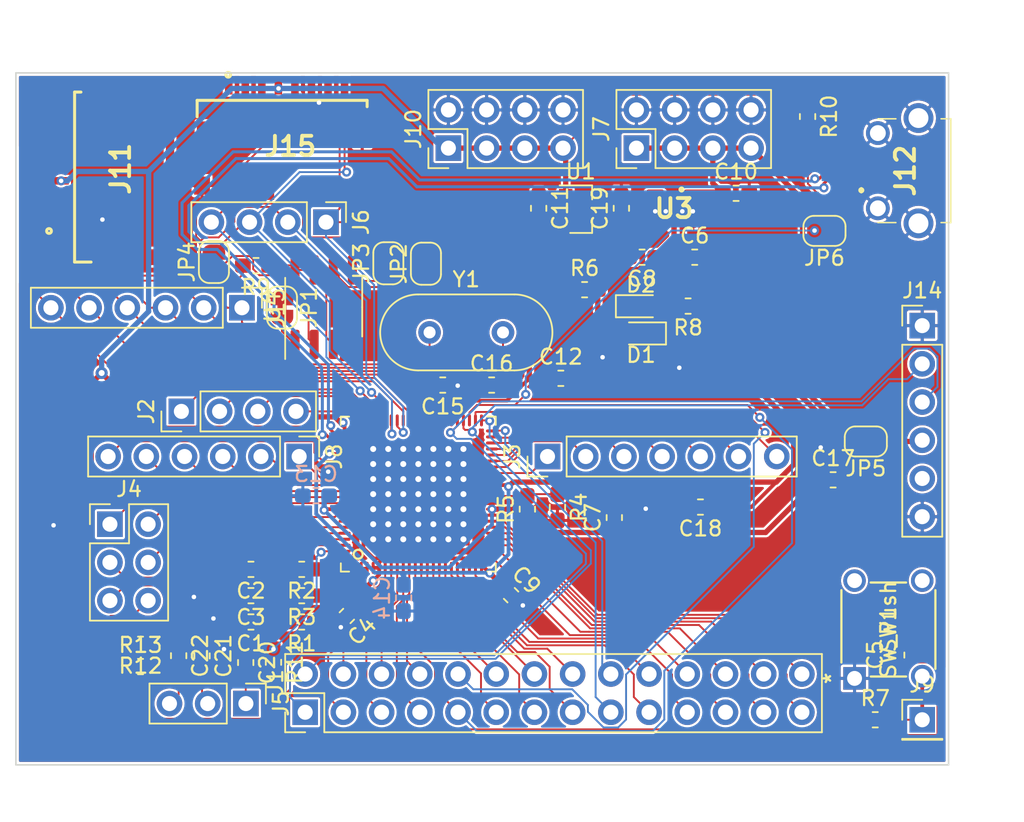
<source format=kicad_pcb>
(kicad_pcb (version 20171130) (host pcbnew 5.0.2+dfsg1-1)
  (layers (0 F.Cu signal) (31 B.Cu signal) (34 B.Paste user) (35 F.Paste user) (36 B.SilkS user) (37 F.SilkS user) (38 B.Mask user) (39 F.Mask user) (44 Edge.Cuts user))
  (net 0 "")
  (net 1 GND)
  (net 2 +3V3)
  (net 3 +2V5)
  (net 4 +1V2)
  (net 5 +5V)
  (net 6 "Net-(C15-Pad2)")
  (net 7 "Net-(C16-Pad2)")
  (net 8 "Net-(D1-Pad2)")
  (net 9 "Net-(D2-Pad2)")
  (net 10 /D-)
  (net 11 /D+)
  (net 12 "Net-(J2-Pad4)")
  (net 13 /SDC0_D2)
  (net 14 /SDC0_D3)
  (net 15 /SDC0_CMD)
  (net 16 /SDC0_CLK)
  (net 17 /SDC0_D0)
  (net 18 /SDC0_D1)
  (net 19 /SPI_0_CLK)
  (net 20 /SPI_0_CS)
  (net 21 /SPI_0_MISO)
  (net 22 /SPI_0_MOSI)
  (net 23 "Net-(J8-Pad6)")
  (net 24 "Net-(J8-Pad5)")
  (net 25 "Net-(J8-Pad4)")
  (net 26 "Net-(J8-Pad3)")
  (net 27 "Net-(J8-Pad2)")
  (net 28 "Net-(J8-Pad1)")
  (net 29 "Net-(J9-Pad1)")
  (net 30 "Net-(J12-Pad4)")
  (net 31 "Net-(JP2-Pad1)")
  (net 32 "Net-(JP4-Pad1)")
  (net 33 "Net-(C1-Pad1)")
  (net 34 "Net-(C2-Pad1)")
  (net 35 "Net-(C3-Pad1)")
  (net 36 /LCDVS)
  (net 37 /LCDHS)
  (net 38 /LCDDE)
  (net 39 /LCDCLK)
  (net 40 /LCD23)
  (net 41 /LCD22)
  (net 42 /LCD21)
  (net 43 /LCD20)
  (net 44 /LCD19)
  (net 45 /LCD18)
  (net 46 /LCD17)
  (net 47 /LCD16)
  (net 48 /LCD15)
  (net 49 /LCD14)
  (net 50 /LCD13)
  (net 51 /LCD12)
  (net 52 /LCD11)
  (net 53 /LCD10)
  (net 54 /LCD9)
  (net 55 /LCD8)
  (net 56 /LCD7)
  (net 57 /LCD6)
  (net 58 /LCD5)
  (net 59 /LCD4)
  (net 60 /LCD3)
  (net 61 /LCD2)
  (net 62 /LCD1)
  (net 63 /LCD0)
  (net 64 "Net-(J2-Pad3)")
  (net 65 "Net-(J2-Pad2)")
  (net 66 "Net-(J2-Pad1)")
  (net 67 "Net-(J3-Pad7)")
  (net 68 "Net-(J3-Pad6)")
  (net 69 "Net-(J3-Pad5)")
  (net 70 "Net-(J3-Pad4)")
  (net 71 "Net-(J3-Pad3)")
  (net 72 "Net-(J3-Pad2)")
  (net 73 "Net-(J3-Pad1)")
  (net 74 "Net-(J4-Pad5)")
  (net 75 "Net-(J4-Pad4)")
  (net 76 "Net-(J4-Pad3)")
  (net 77 "Net-(J4-Pad2)")
  (net 78 "Net-(J4-Pad1)")
  (net 79 /R)
  (net 80 /L)
  (net 81 /COM)
  (net 82 "Net-(J11-Pad9)")
  (net 83 "Net-(J14-Pad5)")
  (net 84 "Net-(J14-Pad4)")
  (net 85 "Net-(JP1-Pad2)")
  (net 86 "Net-(JP3-Pad1)")
  (net 87 "Net-(R4-Pad1)")
  (net 88 "Net-(J15-Pad1)")
  (net 89 "Net-(J15-Pad2)")
  (net 90 "Net-(J15-Pad7)")
  (net 91 "Net-(J15-Pad9)")
  (net 92 /MIC)
  (net 93 "Net-(C22-Pad2)")
  (net 94 "Net-(C21-Pad2)")
  (net 95 "Net-(C20-Pad2)")
  (module Capacitor_SMD:C_0603_1608Metric_Pad1.05x0.95mm_HandSolder (layer F.Cu) (at 229.12324 59.1807 270)
    (fp_text reference R11 (at 0 -1.43 270) (layer F.SilkS))
    (fp_text value 220k)
    (pad 2 smd roundrect (at 0.875 0 270) (size 1.05 0.95) (layers F.Cu F.Paste F.Mask) (net 1 GND))
    (pad 1 smd roundrect (at -0.875 0 270) (size 1.05 0.95) (layers F.Cu F.Paste F.Mask) (net 92 /MIC))
  )
  (module Capacitor_SMD:C_0603_1608Metric_Pad1.05x0.95mm_HandSolder (layer F.Cu) (at 220.28404 57.98566 180)
    (fp_text reference R12 (at 0 -1.43 180) (layer F.SilkS))
    (fp_text value 220k)
    (pad 1 smd roundrect (at -0.875 0 180) (size 1.05 0.95) (layers F.Cu F.Paste F.Mask) (net 94 "Net-(C21-Pad2)"))
    (pad 2 smd roundrect (at 0.875 0 180) (size 1.05 0.95) (layers F.Cu F.Paste F.Mask) (net 1 GND))
  )
  (module Capacitor_SMD:C_0603_1608Metric_Pad1.05x0.95mm_HandSolder (layer F.Cu) (at 220.28404 59.46394)
    (fp_text reference R13 (at 0 -1.43) (layer F.SilkS))
    (fp_text value 220k)
    (pad 2 smd roundrect (at 0.875 0) (size 1.05 0.95) (layers F.Cu F.Paste F.Mask) (net 93 "Net-(C22-Pad2)"))
    (pad 1 smd roundrect (at -0.875 0) (size 1.05 0.95) (layers F.Cu F.Paste F.Mask) (net 1 GND))
  )
  (module Capacitor_SMD:C_0603_1608Metric_Pad1.05x0.95mm_HandSolder (layer F.Cu) (at 227.27666 59.19724 270)
    (fp_text reference C20 (at 0 -1.43 270) (layer F.SilkS))
    (fp_text value .1u)
    (pad 1 smd roundrect (at -0.875 0 270) (size 1.05 0.95) (layers F.Cu F.Paste F.Mask) (net 92 /MIC))
    (pad 2 smd roundrect (at 0.875 0 270) (size 1.05 0.95) (layers F.Cu F.Paste F.Mask) (net 95 "Net-(C20-Pad2)"))
  )
  (module Capacitor_SMD:C_0603_1608Metric_Pad1.05x0.95mm_HandSolder (layer F.Cu) (at 224.37344 58.75404 270)
    (fp_text reference C21 (at 0 -1.43 270) (layer F.SilkS))
    (fp_text value .1u)
    (pad 2 smd roundrect (at 0.875 0 270) (size 1.05 0.95) (layers F.Cu F.Paste F.Mask) (net 94 "Net-(C21-Pad2)"))
    (pad 1 smd roundrect (at -0.875 0 270) (size 1.05 0.95) (layers F.Cu F.Paste F.Mask) (net 79 /R))
  )
  (module Capacitor_SMD:C_0603_1608Metric_Pad1.05x0.95mm_HandSolder (layer F.Cu) (at 222.81896 58.74134 270)
    (fp_text reference C22 (at 0 -1.43 270) (layer F.SilkS))
    (fp_text value .1u)
    (pad 1 smd roundrect (at -0.875 0 270) (size 1.05 0.95) (layers F.Cu F.Paste F.Mask) (net 80 /L))
    (pad 2 smd roundrect (at 0.875 0 270) (size 1.05 0.95) (layers F.Cu F.Paste F.Mask) (net 93 "Net-(C22-Pad2)"))
  )
  (module 105162-0001:105162-0001 (layer F.Cu) (at 229.698 28.2736 180)
    (fp_text reference J15 (at -0.549 3.399 180) (layer F.SilkS) (effects (font (size 1.27 1.27) (thickness 0.254))))
    (fp_text value 105162-0001 hide)
    (pad 1 smd rect (at 3.55 7.34 180) (size 0.5 1) (layers F.Cu F.Paste F.Mask) (net 88 "Net-(J15-Pad1)"))
    (pad 2 smd rect (at 2.45 7.34 180) (size 0.5 1) (layers F.Cu F.Paste F.Mask) (net 89 "Net-(J15-Pad2)"))
    (pad 3 smd rect (at 1.35 7.34 180) (size 0.5 1) (layers F.Cu F.Paste F.Mask) (net 20 /SPI_0_CS))
    (pad 4 smd rect (at 0.25 7.34 180) (size 0.5 1) (layers F.Cu F.Paste F.Mask) (net 2 +3V3))
    (pad 5 smd rect (at -0.85 7.34 180) (size 0.5 1) (layers F.Cu F.Paste F.Mask) (net 19 /SPI_0_CLK))
    (pad 6 smd rect (at -1.95 7.34 180) (size 0.5 1) (layers F.Cu F.Paste F.Mask) (net 1 GND))
    (pad 7 smd rect (at -3.05 7.34 180) (size 0.5 1) (layers F.Cu F.Paste F.Mask) (net 90 "Net-(J15-Pad7)"))
    (pad 8 smd rect (at -4.15 7.34 180) (size 0.5 1) (layers F.Cu F.Paste F.Mask) (net 21 /SPI_0_MISO))
    (pad 9 smd rect (at 5.31 4.66 180) (size 0.72 0.78) (layers F.Cu F.Paste F.Mask) (net 91 "Net-(J15-Pad9)"))
    (pad 10 smd rect (at 5.325 3.39 180) (size 1.05 1.08) (layers F.Cu F.Paste F.Mask) (net 1 GND))
    (pad 11 smd rect (at 5.325 0.78 180) (size 1.05 1.2) (layers F.Cu F.Paste F.Mask) (net 1 GND))
    (pad 12 smd rect (at -5.325 1.35 180) (size 1.05 1.2) (layers F.Cu F.Paste F.Mask) (net 1 GND))
    (pad 13 smd rect (at -5.325 4.535 180) (size 1.05 2.39) (layers F.Cu F.Paste F.Mask) (net 1 GND))
    (pad 14 smd rect (at 1.986 0.105 270) (size 0.55 2.91) (layers F.Cu F.Paste F.Mask))
    (pad 15 smd rect (at -2.204 0.105 270) (size 0.55 2.91) (layers F.Cu F.Paste F.Mask))
  )
  (module Resistor_SMD:R_0603_1608Metric_Pad1.05x0.95mm_HandSolder (layer F.Cu) (at 264.62736 22.90188 270)
    (fp_text reference R10 (at 0 -1.43 90) (layer F.SilkS))
    (fp_text value 10k)
    (pad 2 smd roundrect (at 0.875 0 270) (size 1.05 0.95) (layers F.Cu F.Paste F.Mask) (net 30 "Net-(J12-Pad4)"))
    (pad 1 smd roundrect (at -0.875 0 270) (size 1.05 0.95) (layers F.Cu F.Paste F.Mask) (net 2 +3V3))
  )
  (module F1C100s:F1C100s (layer F.Cu) (at 238.75 48 90)
    (fp_text reference U2 hide)
    (fp_text value F1C100s)
    (pad 89 smd rect (at 0 0 90) (size 6.84 6.84) (layers F.Cu F.Paste F.Mask) (net 1 GND))
    (pad 1 smd oval (at -4.9 -4.2 180) (size 0.2 0.8) (layers F.Cu F.Paste F.Mask) (net 80 /L))
    (pad 2 smd oval (at -4.9 -3.8 180) (size 0.2 0.8) (layers F.Cu F.Paste F.Mask) (net 81 /COM))
    (pad 3 smd oval (at -4.9 -3.4 180) (size 0.2 0.8) (layers F.Cu F.Paste F.Mask) (net 81 /COM))
    (pad 4 smd oval (at -4.9 -3 180) (size 0.2 0.8) (layers F.Cu F.Paste F.Mask) (net 2 +3V3))
    (pad 5 smd oval (at -4.9 -2.6 180) (size 0.2 0.8) (layers F.Cu F.Paste F.Mask) (net 2 +3V3))
    (pad 6 smd oval (at -4.9 -2.2 180) (size 0.2 0.8) (layers F.Cu F.Paste F.Mask) (net 61 /LCD2))
    (pad 7 smd oval (at -4.9 -1.8 180) (size 0.2 0.8) (layers F.Cu F.Paste F.Mask) (net 60 /LCD3))
    (pad 8 smd oval (at -4.9 -1.4 180) (size 0.2 0.8) (layers F.Cu F.Paste F.Mask) (net 59 /LCD4))
    (pad 9 smd oval (at -4.9 -1 180) (size 0.2 0.8) (layers F.Cu F.Paste F.Mask) (net 58 /LCD5))
    (pad 10 smd oval (at -4.9 -0.6 180) (size 0.2 0.8) (layers F.Cu F.Paste F.Mask) (net 57 /LCD6))
    (pad 11 smd oval (at -4.9 -0.2 180) (size 0.2 0.8) (layers F.Cu F.Paste F.Mask) (net 56 /LCD7))
    (pad 12 smd oval (at -4.9 0.2 180) (size 0.2 0.8) (layers F.Cu F.Paste F.Mask) (net 53 /LCD10))
    (pad 13 smd oval (at -4.9 0.6 180) (size 0.2 0.8) (layers F.Cu F.Paste F.Mask) (net 52 /LCD11))
    (pad 14 smd oval (at -4.9 1 180) (size 0.2 0.8) (layers F.Cu F.Paste F.Mask) (net 51 /LCD12))
    (pad 15 smd oval (at -4.9 1.4 180) (size 0.2 0.8) (layers F.Cu F.Paste F.Mask) (net 50 /LCD13))
    (pad 16 smd oval (at -4.9 1.8 180) (size 0.2 0.8) (layers F.Cu F.Paste F.Mask) (net 49 /LCD14))
    (pad 17 smd oval (at -4.9 2.2 180) (size 0.2 0.8) (layers F.Cu F.Paste F.Mask) (net 48 /LCD15))
    (pad 18 smd oval (at -4.9 2.6 180) (size 0.2 0.8) (layers F.Cu F.Paste F.Mask) (net 45 /LCD18))
    (pad 19 smd oval (at -4.9 3 180) (size 0.2 0.8) (layers F.Cu F.Paste F.Mask) (net 44 /LCD19))
    (pad 20 smd oval (at -4.9 3.4 180) (size 0.2 0.8) (layers F.Cu F.Paste F.Mask) (net 2 +3V3))
    (pad 21 smd oval (at -4.9 3.8 180) (size 0.2 0.8) (layers F.Cu F.Paste F.Mask) (net 43 /LCD20))
    (pad 22 smd oval (at -4.9 4.2 180) (size 0.2 0.8) (layers F.Cu F.Paste F.Mask) (net 4 +1V2))
    (pad 23 smd oval (at -4.2 4.9 90) (size 0.2 0.8) (layers F.Cu F.Paste F.Mask) (net 42 /LCD21))
    (pad 24 smd oval (at -3.8 4.9 90) (size 0.2 0.8) (layers F.Cu F.Paste F.Mask) (net 41 /LCD22))
    (pad 25 smd oval (at -3.4 4.9 90) (size 0.2 0.8) (layers F.Cu F.Paste F.Mask) (net 40 /LCD23))
    (pad 26 smd oval (at -3 4.9 90) (size 0.2 0.8) (layers F.Cu F.Paste F.Mask) (net 39 /LCDCLK))
    (pad 27 smd oval (at -2.6 4.9 90) (size 0.2 0.8) (layers F.Cu F.Paste F.Mask) (net 38 /LCDDE))
    (pad 28 smd oval (at -2.2 4.9 90) (size 0.2 0.8) (layers F.Cu F.Paste F.Mask) (net 37 /LCDHS))
    (pad 29 smd oval (at -1.8 4.9 90) (size 0.2 0.8) (layers F.Cu F.Paste F.Mask) (net 36 /LCDVS))
    (pad 30 smd oval (at -1.4 4.9 90) (size 0.2 0.8) (layers F.Cu F.Paste F.Mask) (net 3 +2V5))
    (pad 31 smd oval (at -1 4.9 90) (size 0.2 0.8) (layers F.Cu F.Paste F.Mask) (net 3 +2V5))
    (pad 32 smd oval (at -0.6 4.9 90) (size 0.2 0.8) (layers F.Cu F.Paste F.Mask) (net 3 +2V5))
    (pad 33 smd oval (at -0.2 4.9 90) (size 0.2 0.8) (layers F.Cu F.Paste F.Mask) (net 87 "Net-(R4-Pad1)"))
    (pad 34 smd oval (at 0.2 4.9 90) (size 0.2 0.8) (layers F.Cu F.Paste F.Mask) (net 3 +2V5))
    (pad 35 smd oval (at 0.6 4.9 90) (size 0.2 0.8) (layers F.Cu F.Paste F.Mask) (net 4 +1V2))
    (pad 36 smd oval (at 1 4.9 90) (size 0.2 0.8) (layers F.Cu F.Paste F.Mask) (net 3 +2V5))
    (pad 37 smd oval (at 1.4 4.9 90) (size 0.2 0.8) (layers F.Cu F.Paste F.Mask) (net 73 "Net-(J3-Pad1)"))
    (pad 38 smd oval (at 1.8 4.9 90) (size 0.2 0.8) (layers F.Cu F.Paste F.Mask) (net 72 "Net-(J3-Pad2)"))
    (pad 39 smd oval (at 2.2 4.9 90) (size 0.2 0.8) (layers F.Cu F.Paste F.Mask) (net 71 "Net-(J3-Pad3)"))
    (pad 40 smd oval (at 2.6 4.9 90) (size 0.2 0.8) (layers F.Cu F.Paste F.Mask) (net 70 "Net-(J3-Pad4)"))
    (pad 41 smd oval (at 3 4.9 90) (size 0.2 0.8) (layers F.Cu F.Paste F.Mask) (net 69 "Net-(J3-Pad5)"))
    (pad 42 smd oval (at 3.4 4.9 90) (size 0.2 0.8) (layers F.Cu F.Paste F.Mask) (net 68 "Net-(J3-Pad6)"))
    (pad 43 smd oval (at 3.8 4.9 90) (size 0.2 0.8) (layers F.Cu F.Paste F.Mask) (net 67 "Net-(J3-Pad7)"))
    (pad 44 smd oval (at 4.2 4.9 90) (size 0.2 0.8) (layers F.Cu F.Paste F.Mask) (net 46 /LCD17))
    (pad 45 smd oval (at 4.9 4.2 180) (size 0.2 0.8) (layers F.Cu F.Paste F.Mask) (net 47 /LCD16))
    (pad 46 smd oval (at 4.9 3.8 180) (size 0.2 0.8) (layers F.Cu F.Paste F.Mask) (net 54 /LCD9))
    (pad 47 smd oval (at 4.9 3.4 180) (size 0.2 0.8) (layers F.Cu F.Paste F.Mask) (net 55 /LCD8))
    (pad 48 smd oval (at 4.9 3 180) (size 0.2 0.8) (layers F.Cu F.Paste F.Mask) (net 62 /LCD1))
    (pad 49 smd oval (at 4.9 2.6 180) (size 0.2 0.8) (layers F.Cu F.Paste F.Mask) (net 63 /LCD0))
    (pad 50 smd oval (at 4.9 2.2 180) (size 0.2 0.8) (layers F.Cu F.Paste F.Mask) (net 2 +3V3))
    (pad 51 smd oval (at 4.9 1.8 180) (size 0.2 0.8) (layers F.Cu F.Paste F.Mask) (net 7 "Net-(C16-Pad2)"))
    (pad 52 smd oval (at 4.9 1.4 180) (size 0.2 0.8) (layers F.Cu F.Paste F.Mask) (net 6 "Net-(C15-Pad2)"))
    (pad 53 smd oval (at 4.9 1 180) (size 0.2 0.8) (layers F.Cu F.Paste F.Mask) (net 13 /SDC0_D2))
    (pad 54 smd oval (at 4.9 0.6 180) (size 0.2 0.8) (layers F.Cu F.Paste F.Mask) (net 14 /SDC0_D3))
    (pad 55 smd oval (at 4.9 0.2 180) (size 0.2 0.8) (layers F.Cu F.Paste F.Mask) (net 15 /SDC0_CMD))
    (pad 56 smd oval (at 4.9 -0.2 180) (size 0.2 0.8) (layers F.Cu F.Paste F.Mask) (net 16 /SDC0_CLK))
    (pad 57 smd oval (at 4.9 -0.6 180) (size 0.2 0.8) (layers F.Cu F.Paste F.Mask) (net 17 /SDC0_D0))
    (pad 58 smd oval (at 4.9 -1 180) (size 0.2 0.8) (layers F.Cu F.Paste F.Mask) (net 18 /SDC0_D1))
    (pad 59 smd oval (at 4.9 -1.4 180) (size 0.2 0.8) (layers F.Cu F.Paste F.Mask) (net 19 /SPI_0_CLK))
    (pad 60 smd oval (at 4.9 -1.8 180) (size 0.2 0.8) (layers F.Cu F.Paste F.Mask) (net 20 /SPI_0_CS))
    (pad 61 smd oval (at 4.9 -2.2 180) (size 0.2 0.8) (layers F.Cu F.Paste F.Mask) (net 21 /SPI_0_MISO))
    (pad 62 smd oval (at 4.9 -2.6 180) (size 0.2 0.8) (layers F.Cu F.Paste F.Mask) (net 22 /SPI_0_MOSI))
    (pad 63 smd oval (at 4.9 -3 180) (size 0.2 0.8) (layers F.Cu F.Paste F.Mask) (net 66 "Net-(J2-Pad1)"))
    (pad 64 smd oval (at 4.9 -3.4 180) (size 0.2 0.8) (layers F.Cu F.Paste F.Mask) (net 65 "Net-(J2-Pad2)"))
    (pad 65 smd oval (at 4.9 -3.8 180) (size 0.2 0.8) (layers F.Cu F.Paste F.Mask) (net 64 "Net-(J2-Pad3)"))
    (pad 66 smd oval (at 4.9 -4.2 180) (size 0.2 0.8) (layers F.Cu F.Paste F.Mask) (net 12 "Net-(J2-Pad4)"))
    (pad 67 smd oval (at 4.2 -4.9 90) (size 0.2 0.8) (layers F.Cu F.Paste F.Mask) (net 2 +3V3))
    (pad 68 smd oval (at 3.8 -4.9 90) (size 0.2 0.8) (layers F.Cu F.Paste F.Mask) (net 10 /D-))
    (pad 69 smd oval (at 3.4 -4.9 90) (size 0.2 0.8) (layers F.Cu F.Paste F.Mask) (net 11 /D+))
    (pad 70 smd oval (at 3 -4.9 90) (size 0.2 0.8) (layers F.Cu F.Paste F.Mask) (net 29 "Net-(J9-Pad1)"))
    (pad 71 smd oval (at 2.6 -4.9 90) (size 0.2 0.8) (layers F.Cu F.Paste F.Mask) (net 4 +1V2))
    (pad 72 smd oval (at 2.2 -4.9 90) (size 0.2 0.8) (layers F.Cu F.Paste F.Mask) (net 23 "Net-(J8-Pad6)"))
    (pad 73 smd oval (at 1.8 -4.9 90) (size 0.2 0.8) (layers F.Cu F.Paste F.Mask) (net 2 +3V3))
    (pad 74 smd oval (at 1.4 -4.9 90) (size 0.2 0.8) (layers F.Cu F.Paste F.Mask) (net 1 GND))
    (pad 75 smd oval (at 1 -4.9 90) (size 0.2 0.8) (layers F.Cu F.Paste F.Mask) (net 28 "Net-(J8-Pad1)"))
    (pad 76 smd oval (at 0.6 -4.9 90) (size 0.2 0.8) (layers F.Cu F.Paste F.Mask) (net 27 "Net-(J8-Pad2)"))
    (pad 77 smd oval (at 0.2 -4.9 90) (size 0.2 0.8) (layers F.Cu F.Paste F.Mask) (net 26 "Net-(J8-Pad3)"))
    (pad 78 smd oval (at -0.2 -4.9 90) (size 0.2 0.8) (layers F.Cu F.Paste F.Mask) (net 25 "Net-(J8-Pad4)"))
    (pad 79 smd oval (at -0.6 -4.9 90) (size 0.2 0.8) (layers F.Cu F.Paste F.Mask) (net 24 "Net-(J8-Pad5)"))
    (pad 80 smd oval (at -1 -4.9 90) (size 0.2 0.8) (layers F.Cu F.Paste F.Mask) (net 3 +2V5))
    (pad 81 smd oval (at -1.4 -4.9 90) (size 0.2 0.8) (layers F.Cu F.Paste F.Mask) (net 78 "Net-(J4-Pad1)"))
    (pad 82 smd oval (at -1.8 -4.9 90) (size 0.2 0.8) (layers F.Cu F.Paste F.Mask) (net 1 GND))
    (pad 83 smd oval (at -2.2 -4.9 90) (size 0.2 0.8) (layers F.Cu F.Paste F.Mask) (net 77 "Net-(J4-Pad2)"))
    (pad 84 smd oval (at -2.6 -4.9 90) (size 0.2 0.8) (layers F.Cu F.Paste F.Mask) (net 75 "Net-(J4-Pad4)"))
    (pad 85 smd oval (at -3 -4.9 90) (size 0.2 0.8) (layers F.Cu F.Paste F.Mask) (net 76 "Net-(J4-Pad3)"))
    (pad 86 smd oval (at -3.4 -4.9 90) (size 0.2 0.8) (layers F.Cu F.Paste F.Mask) (net 74 "Net-(J4-Pad5)"))
    (pad 87 smd oval (at -3.8 -4.9 90) (size 0.2 0.8) (layers F.Cu F.Paste F.Mask) (net 92 /MIC))
    (pad 88 smd oval (at -4.2 -4.9 90) (size 0.2 0.8) (layers F.Cu F.Paste F.Mask) (net 79 /R))
  )
  (module Crystal:Crystal_HC49-4H_Vertical (layer F.Cu) (at 239.5 37.25)
    (fp_text reference Y1 (at 2.44 -3.525) (layer F.SilkS))
    (fp_text value 24MHz)
    (pad 2 thru_hole circle (at 4.88 0) (size 1.5 1.5) (drill 0.8) (layers *.Cu *.Mask) (net 7 "Net-(C16-Pad2)"))
    (pad 1 thru_hole circle (at 0 0) (size 1.5 1.5) (drill 0.8) (layers *.Cu *.Mask) (net 6 "Net-(C15-Pad2)"))
  )
  (module Package_SO:SOIC-8_3.9x4.9mm_P1.27mm (layer F.Cu) (at 232.4608 35.5712 90)
    (fp_text reference U4 (at 0 -3.4 90) (layer F.SilkS))
    (fp_text value AT25xxx)
    (pad 8 smd roundrect (at 2.475 -1.905 90) (size 1.95 0.6) (layers F.Cu F.Paste F.Mask) (net 2 +3V3))
    (pad 7 smd roundrect (at 2.475 -0.635 90) (size 1.95 0.6) (layers F.Cu F.Paste F.Mask) (net 2 +3V3))
    (pad 6 smd roundrect (at 2.475 0.635 90) (size 1.95 0.6) (layers F.Cu F.Paste F.Mask) (net 31 "Net-(JP2-Pad1)"))
    (pad 5 smd roundrect (at 2.475 1.905 90) (size 1.95 0.6) (layers F.Cu F.Paste F.Mask) (net 86 "Net-(JP3-Pad1)"))
    (pad 4 smd roundrect (at -2.475 1.905 90) (size 1.95 0.6) (layers F.Cu F.Paste F.Mask) (net 1 GND))
    (pad 3 smd roundrect (at -2.475 0.635 90) (size 1.95 0.6) (layers F.Cu F.Paste F.Mask) (net 2 +3V3))
    (pad 2 smd roundrect (at -2.475 -0.635 90) (size 1.95 0.6) (layers F.Cu F.Paste F.Mask) (net 32 "Net-(JP4-Pad1)"))
    (pad 1 smd roundrect (at -2.475 -1.905 90) (size 1.95 0.6) (layers F.Cu F.Paste F.Mask) (net 85 "Net-(JP1-Pad2)"))
  )
  (module XC6421AB03ER-G:XC6421AB03ER-G (layer F.Cu) (at 255.75 28.95 180)
    (fp_text reference U3 (at 0 -0.063) (layer F.SilkS) (effects (font (size 1.27 1.27) (thickness 0.254))))
    (fp_text value XC6421AB03ER-G hide)
    (pad 9 smd rect (at 0 -0.3 270) (size 1.1 1.5) (layers F.Cu F.Paste F.Mask) (net 1 GND))
    (pad 8 smd rect (at 1.25 -0.3 180) (size 0.4 2.1) (layers F.Cu F.Paste F.Mask) (net 1 GND))
    (pad 7 smd rect (at -1.25 -0.3 180) (size 0.4 2.1) (layers F.Cu F.Paste F.Mask) (net 1 GND))
    (pad 6 smd rect (at -0.55 -1.237 180) (size 0.35 0.375) (layers F.Cu F.Paste F.Mask) (net 3 +2V5))
    (pad 5 smd rect (at 0 -1.237 180) (size 0.35 0.375) (layers F.Cu F.Paste F.Mask) (net 4 +1V2))
    (pad 4 smd rect (at 0.55 -1.237 180) (size 0.35 0.375) (layers F.Cu F.Paste F.Mask) (net 1 GND))
    (pad 3 smd rect (at 0.55 0.638 180) (size 0.35 0.375) (layers F.Cu F.Paste F.Mask) (net 5 +5V))
    (pad 2 smd rect (at 0 0.638 180) (size 0.35 0.375) (layers F.Cu F.Paste F.Mask) (net 5 +5V))
    (pad 1 smd rect (at -0.55 0.638 180) (size 0.35 0.375) (layers F.Cu F.Paste F.Mask) (net 5 +5V))
  )
  (module Package_TO_SOT_SMD:SOT-23 (layer F.Cu) (at 249.5456 29.0576)
    (fp_text reference U1 (at 0 -2.5 -180) (layer F.SilkS))
    (fp_text value 3.3v)
    (pad 3 smd rect (at 1 0) (size 0.9 0.8) (layers F.Cu F.Paste F.Mask) (net 1 GND))
    (pad 2 smd rect (at -1 0.95) (size 0.9 0.8) (layers F.Cu F.Paste F.Mask) (net 5 +5V))
    (pad 1 smd rect (at -1 -0.95) (size 0.9 0.8) (layers F.Cu F.Paste F.Mask) (net 2 +3V3))
  )
  (module button:button (layer F.Cu) (at 272.25 53.750001 90)
    (fp_text reference SW1 (at -3.25 -2.250001 90) (layer F.SilkS))
    (fp_text value SW_Push (at -3.25 -2.250001 90) (layer F.SilkS))
    (fp_text user * (at -6.5 -6.011301 90) (layer F.SilkS))
    (fp_text user * (at -6.5 -6.011301 90) (layer F.SilkS))
    (pad 2 thru_hole circle (at -6.35 0 90) (size 1.4986 1.4986) (drill 0.9906) (layers *.Cu *.Mask) (net 29 "Net-(J9-Pad1)"))
    (pad 4 thru_hole circle (at 0.000001 0 90) (size 1.4986 1.4986) (drill 0.9906) (layers *.Cu *.Mask))
    (pad 3 thru_hole circle (at 0.000001 -4.500001 90) (size 1.4986 1.4986) (drill 0.9906) (layers *.Cu *.Mask))
    (pad 1 thru_hole rect (at -6.500001 -4.500001 90) (size 1.4986 1.4986) (drill 0.9906) (layers *.Cu *.Mask) (net 1 GND))
  )
  (module Resistor_SMD:R_0603_1608Metric_Pad1.05x0.95mm_HandSolder (layer F.Cu) (at 227.96122 32.81172 180)
    (fp_text reference R9 (at 0 -1.43 180) (layer F.SilkS))
    (fp_text value 3.3K)
    (pad 2 smd roundrect (at 0.875 0 180) (size 1.05 0.95) (layers F.Cu F.Paste F.Mask) (net 20 /SPI_0_CS))
    (pad 1 smd roundrect (at -0.875 0 180) (size 1.05 0.95) (layers F.Cu F.Paste F.Mask) (net 2 +3V3))
  )
  (module Resistor_SMD:R_0603_1608Metric_Pad1.05x0.95mm_HandSolder (layer F.Cu) (at 256.685 35.5 180)
    (fp_text reference R8 (at 0 -1.43) (layer F.SilkS))
    (fp_text value 100)
    (pad 2 smd roundrect (at 0.875 0 180) (size 1.05 0.95) (layers F.Cu F.Paste F.Mask) (net 9 "Net-(D2-Pad2)"))
    (pad 1 smd roundrect (at -0.875 0 180) (size 1.05 0.95) (layers F.Cu F.Paste F.Mask) (net 3 +2V5))
  )
  (module Resistor_SMD:R_0603_1608Metric_Pad1.05x0.95mm_HandSolder (layer F.Cu) (at 269.125 63)
    (fp_text reference R7 (at 0 -1.43) (layer F.SilkS))
    (fp_text value 47K)
    (pad 2 smd roundrect (at 0.875 0) (size 1.05 0.95) (layers F.Cu F.Paste F.Mask) (net 29 "Net-(J9-Pad1)"))
    (pad 1 smd roundrect (at -0.875 0) (size 1.05 0.95) (layers F.Cu F.Paste F.Mask) (net 2 +3V3))
  )
  (module Resistor_SMD:R_0603_1608Metric_Pad1.05x0.95mm_HandSolder (layer F.Cu) (at 249.805 34.41)
    (fp_text reference R6 (at 0 -1.43) (layer F.SilkS))
    (fp_text value 100)
    (pad 2 smd roundrect (at 0.875 0) (size 1.05 0.95) (layers F.Cu F.Paste F.Mask) (net 8 "Net-(D1-Pad2)"))
    (pad 1 smd roundrect (at -0.875 0) (size 1.05 0.95) (layers F.Cu F.Paste F.Mask) (net 2 +3V3))
  )
  (module Resistor_SMD:R_0603_1608Metric_Pad1.05x0.95mm_HandSolder (layer F.Cu) (at 246 49 90)
    (fp_text reference R5 (at 0 -1.43 90) (layer F.SilkS))
    (fp_text value 2.2K)
    (pad 2 smd roundrect (at 0.875 0 90) (size 1.05 0.95) (layers F.Cu F.Paste F.Mask) (net 87 "Net-(R4-Pad1)"))
    (pad 1 smd roundrect (at -0.875 0 90) (size 1.05 0.95) (layers F.Cu F.Paste F.Mask) (net 3 +2V5))
  )
  (module Resistor_SMD:R_0603_1608Metric_Pad1.05x0.95mm_HandSolder (layer F.Cu) (at 248 48.875 270)
    (fp_text reference R4 (at 0 -1.43 90) (layer F.SilkS))
    (fp_text value 2.2K)
    (pad 2 smd roundrect (at 0.875 0 270) (size 1.05 0.95) (layers F.Cu F.Paste F.Mask) (net 1 GND))
    (pad 1 smd roundrect (at -0.875 0 270) (size 1.05 0.95) (layers F.Cu F.Paste F.Mask) (net 87 "Net-(R4-Pad1)"))
  )
  (module Capacitor_SMD:C_0603_1608Metric_Pad1.05x0.95mm_HandSolder (layer F.Cu) (at 231 54.75 180)
    (fp_text reference R3 (at 0 -1.43) (layer F.SilkS))
    (fp_text value 22R)
    (pad 2 smd roundrect (at 0.875 0 180) (size 1.05 0.95) (layers F.Cu F.Paste F.Mask) (net 35 "Net-(C3-Pad1)"))
    (pad 1 smd roundrect (at -0.875 0 180) (size 1.05 0.95) (layers F.Cu F.Paste F.Mask) (net 80 /L))
  )
  (module Capacitor_SMD:C_0603_1608Metric_Pad1.05x0.95mm_HandSolder (layer F.Cu) (at 231 53 180)
    (fp_text reference R2 (at 0 -1.43) (layer F.SilkS))
    (fp_text value 22R)
    (pad 2 smd roundrect (at 0.875 0 180) (size 1.05 0.95) (layers F.Cu F.Paste F.Mask) (net 34 "Net-(C2-Pad1)"))
    (pad 1 smd roundrect (at -0.875 0 180) (size 1.05 0.95) (layers F.Cu F.Paste F.Mask) (net 79 /R))
  )
  (module Capacitor_SMD:C_0603_1608Metric_Pad1.05x0.95mm_HandSolder (layer F.Cu) (at 231 56.5 180)
    (fp_text reference R1 (at 0 -1.43) (layer F.SilkS))
    (fp_text value 22R)
    (pad 2 smd roundrect (at 0.875 0 180) (size 1.05 0.95) (layers F.Cu F.Paste F.Mask) (net 33 "Net-(C1-Pad1)"))
    (pad 1 smd roundrect (at -0.875 0 180) (size 1.05 0.95) (layers F.Cu F.Paste F.Mask) (net 81 /COM))
  )
  (module Jumper:SolderJumper-2_P1.3mm_Bridged_RoundedPad1.0x1.5mm (layer F.Cu) (at 265.75 30.5 180)
    (fp_text reference JP6 (at 0 -1.8) (layer F.SilkS))
    (fp_text value Jumper)
    (fp_poly (pts (xy 0.25 -0.3) (xy -0.25 -0.3) (xy -0.25 0.3) (xy 0.25 0.3)) (layer F.Cu) (width 0))
    (pad 1 smd custom (at -0.65 0 180) (size 1 0.5) (layers F.Cu F.Mask) (net 30 "Net-(J12-Pad4)") (options (clearance outline) (anchor rect)) (primitives (gr_circle (center 0 0.25) (end 0.5 0.25) (width 0)) (gr_circle (center 0 -0.25) (end 0.5 -0.25) (width 0)) (gr_poly (pts (xy 0 -0.75) (xy 0.5 -0.75) (xy 0.5 0.75) (xy 0 0.75)) (width 0))))
    (pad 2 smd custom (at 0.65 0 180) (size 1 0.5) (layers F.Cu F.Mask) (net 55 /LCD8) (options (clearance outline) (anchor rect)) (primitives (gr_circle (center 0 0.25) (end 0.5 0.25) (width 0)) (gr_circle (center 0 -0.25) (end 0.5 -0.25) (width 0)) (gr_poly (pts (xy 0 -0.75) (xy -0.5 -0.75) (xy -0.5 0.75) (xy 0 0.75)) (width 0))))
  )
  (module Jumper:SolderJumper-2_P1.3mm_Bridged_RoundedPad1.0x1.5mm (layer F.Cu) (at 268.5 44.5 180)
    (fp_text reference JP5 (at 0 -1.8) (layer F.SilkS))
    (fp_text value Jumper)
    (fp_poly (pts (xy 0.25 -0.3) (xy -0.25 -0.3) (xy -0.25 0.3) (xy 0.25 0.3)) (layer F.Cu) (width 0))
    (pad 1 smd custom (at -0.65 0 180) (size 1 0.5) (layers F.Cu F.Mask) (net 84 "Net-(J14-Pad4)") (options (clearance outline) (anchor rect)) (primitives (gr_circle (center 0 0.25) (end 0.5 0.25) (width 0)) (gr_circle (center 0 -0.25) (end 0.5 -0.25) (width 0)) (gr_poly (pts (xy 0 -0.75) (xy 0.5 -0.75) (xy 0.5 0.75) (xy 0 0.75)) (width 0))))
    (pad 2 smd custom (at 0.65 0 180) (size 1 0.5) (layers F.Cu F.Mask) (net 5 +5V) (options (clearance outline) (anchor rect)) (primitives (gr_circle (center 0 0.25) (end 0.5 0.25) (width 0)) (gr_circle (center 0 -0.25) (end 0.5 -0.25) (width 0)) (gr_poly (pts (xy 0 -0.75) (xy -0.5 -0.75) (xy -0.5 0.75) (xy 0 0.75)) (width 0))))
  )
  (module Jumper:SolderJumper-2_P1.3mm_Bridged_RoundedPad1.0x1.5mm (layer F.Cu) (at 225.16338 32.56788 90)
    (fp_text reference JP4 (at 0 -1.8 -90) (layer F.SilkS))
    (fp_text value MISO)
    (fp_poly (pts (xy 0.25 -0.3) (xy -0.25 -0.3) (xy -0.25 0.3) (xy 0.25 0.3)) (layer F.Cu) (width 0))
    (pad 1 smd custom (at -0.65 0 90) (size 1 0.5) (layers F.Cu F.Mask) (net 32 "Net-(JP4-Pad1)") (options (clearance outline) (anchor rect)) (primitives (gr_circle (center 0 0.25) (end 0.5 0.25) (width 0)) (gr_circle (center 0 -0.25) (end 0.5 -0.25) (width 0)) (gr_poly (pts (xy 0 -0.75) (xy 0.5 -0.75) (xy 0.5 0.75) (xy 0 0.75)) (width 0))))
    (pad 2 smd custom (at 0.65 0 90) (size 1 0.5) (layers F.Cu F.Mask) (net 21 /SPI_0_MISO) (options (clearance outline) (anchor rect)) (primitives (gr_circle (center 0 0.25) (end 0.5 0.25) (width 0)) (gr_circle (center 0 -0.25) (end 0.5 -0.25) (width 0)) (gr_poly (pts (xy 0 -0.75) (xy -0.5 -0.75) (xy -0.5 0.75) (xy 0 0.75)) (width 0))))
  )
  (module Jumper:SolderJumper-2_P1.3mm_Bridged_RoundedPad1.0x1.5mm (layer F.Cu) (at 236.75848 32.65448 90)
    (fp_text reference JP3 (at 0 -1.8 -90) (layer F.SilkS))
    (fp_text value MOSI)
    (fp_poly (pts (xy 0.25 -0.3) (xy -0.25 -0.3) (xy -0.25 0.3) (xy 0.25 0.3)) (layer F.Cu) (width 0))
    (pad 1 smd custom (at -0.65 0 90) (size 1 0.5) (layers F.Cu F.Mask) (net 86 "Net-(JP3-Pad1)") (options (clearance outline) (anchor rect)) (primitives (gr_circle (center 0 0.25) (end 0.5 0.25) (width 0)) (gr_circle (center 0 -0.25) (end 0.5 -0.25) (width 0)) (gr_poly (pts (xy 0 -0.75) (xy 0.5 -0.75) (xy 0.5 0.75) (xy 0 0.75)) (width 0))))
    (pad 2 smd custom (at 0.65 0 90) (size 1 0.5) (layers F.Cu F.Mask) (net 22 /SPI_0_MOSI) (options (clearance outline) (anchor rect)) (primitives (gr_circle (center 0 0.25) (end 0.5 0.25) (width 0)) (gr_circle (center 0 -0.25) (end 0.5 -0.25) (width 0)) (gr_poly (pts (xy 0 -0.75) (xy -0.5 -0.75) (xy -0.5 0.75) (xy 0 0.75)) (width 0))))
  )
  (module Jumper:SolderJumper-2_P1.3mm_Bridged_RoundedPad1.0x1.5mm (layer F.Cu) (at 239.25784 32.68242 90)
    (fp_text reference JP2 (at 0 -1.8 -90) (layer F.SilkS))
    (fp_text value SCK)
    (fp_poly (pts (xy 0.25 -0.3) (xy -0.25 -0.3) (xy -0.25 0.3) (xy 0.25 0.3)) (layer F.Cu) (width 0))
    (pad 1 smd custom (at -0.65 0 90) (size 1 0.5) (layers F.Cu F.Mask) (net 31 "Net-(JP2-Pad1)") (options (clearance outline) (anchor rect)) (primitives (gr_circle (center 0 0.25) (end 0.5 0.25) (width 0)) (gr_circle (center 0 -0.25) (end 0.5 -0.25) (width 0)) (gr_poly (pts (xy 0 -0.75) (xy 0.5 -0.75) (xy 0.5 0.75) (xy 0 0.75)) (width 0))))
    (pad 2 smd custom (at 0.65 0 90) (size 1 0.5) (layers F.Cu F.Mask) (net 19 /SPI_0_CLK) (options (clearance outline) (anchor rect)) (primitives (gr_circle (center 0 0.25) (end 0.5 0.25) (width 0)) (gr_circle (center 0 -0.25) (end 0.5 -0.25) (width 0)) (gr_poly (pts (xy 0 -0.75) (xy -0.5 -0.75) (xy -0.5 0.75) (xy 0 0.75)) (width 0))))
  )
  (module Jumper:SolderJumper-2_P1.3mm_Bridged_RoundedPad1.0x1.5mm (layer F.Cu) (at 229.68712 35.5981 270)
    (fp_text reference JP1 (at 0 -1.8 270) (layer F.SilkS))
    (fp_text value CS)
    (fp_poly (pts (xy 0.25 -0.3) (xy -0.25 -0.3) (xy -0.25 0.3) (xy 0.25 0.3)) (layer F.Cu) (width 0))
    (pad 1 smd custom (at -0.65 0 270) (size 1 0.5) (layers F.Cu F.Mask) (net 20 /SPI_0_CS) (options (clearance outline) (anchor rect)) (primitives (gr_circle (center 0 0.25) (end 0.5 0.25) (width 0)) (gr_circle (center 0 -0.25) (end 0.5 -0.25) (width 0)) (gr_poly (pts (xy 0 -0.75) (xy 0.5 -0.75) (xy 0.5 0.75) (xy 0 0.75)) (width 0))))
    (pad 2 smd custom (at 0.65 0 270) (size 1 0.5) (layers F.Cu F.Mask) (net 85 "Net-(JP1-Pad2)") (options (clearance outline) (anchor rect)) (primitives (gr_circle (center 0 0.25) (end 0.5 0.25) (width 0)) (gr_circle (center 0 -0.25) (end 0.5 -0.25) (width 0)) (gr_poly (pts (xy 0 -0.75) (xy -0.5 -0.75) (xy -0.5 0.75) (xy 0 0.75)) (width 0))))
  )
  (module Connector_PinHeader_2.54mm:PinHeader_1x06_P2.54mm_Vertical (layer F.Cu) (at 272.25 36.8)
    (fp_text reference J14 (at 0 -2.33) (layer F.SilkS))
    (fp_text value Conn_01x06_Male)
    (pad 6 thru_hole oval (at 0 12.7) (size 1.7 1.7) (drill 1) (layers *.Cu *.Mask) (net 1 GND))
    (pad 5 thru_hole oval (at 0 10.16) (size 1.7 1.7) (drill 1) (layers *.Cu *.Mask) (net 83 "Net-(J14-Pad5)"))
    (pad 4 thru_hole oval (at 0 7.62) (size 1.7 1.7) (drill 1) (layers *.Cu *.Mask) (net 84 "Net-(J14-Pad4)"))
    (pad 3 thru_hole oval (at 0 5.08) (size 1.7 1.7) (drill 1) (layers *.Cu *.Mask) (net 63 /LCD0))
    (pad 2 thru_hole oval (at 0 2.54) (size 1.7 1.7) (drill 1) (layers *.Cu *.Mask) (net 62 /LCD1))
    (pad 1 thru_hole rect (at 0 0) (size 1.7 1.7) (drill 1) (layers *.Cu *.Mask) (net 1 GND))
  )
  (module Connector_PinHeader_2.54mm:PinHeader_1x06_P2.54mm_Vertical (layer F.Cu) (at 227.0252 35.6108 270)
    (fp_text reference J13 (at 0 -2.33 90) (layer F.SilkS))
    (fp_text value Conn_01x06_Male)
    (pad 6 thru_hole oval (at 0 12.7 270) (size 1.7 1.7) (drill 1) (layers *.Cu *.Mask) (net 18 /SDC0_D1))
    (pad 5 thru_hole oval (at 0 10.16 270) (size 1.7 1.7) (drill 1) (layers *.Cu *.Mask) (net 17 /SDC0_D0))
    (pad 4 thru_hole oval (at 0 7.62 270) (size 1.7 1.7) (drill 1) (layers *.Cu *.Mask) (net 16 /SDC0_CLK))
    (pad 3 thru_hole oval (at 0 5.08 270) (size 1.7 1.7) (drill 1) (layers *.Cu *.Mask) (net 15 /SDC0_CMD))
    (pad 2 thru_hole oval (at 0 2.54 270) (size 1.7 1.7) (drill 1) (layers *.Cu *.Mask) (net 14 /SDC0_D3))
    (pad 1 thru_hole rect (at 0 0 270) (size 1.7 1.7) (drill 1) (layers *.Cu *.Mask) (net 13 /SDC0_D2))
  )
  (module 10118194-0011LF:101181940011LF (layer F.Cu) (at 271.125 26.5 90)
    (fp_text reference J12 (at 0 0 90) (layer F.SilkS) (effects (font (size 1.27 1.27) (thickness 0.254))))
    (fp_text value 10118194-0011LF hide)
    (pad 11 smd rect (at 1 0.875 90) (size 1.5 1.55) (layers F.Cu F.Paste F.Mask) (net 1 GND))
    (pad 10 smd rect (at -1 0.875 90) (size 1.5 1.55) (layers F.Cu F.Paste F.Mask) (net 1 GND))
    (pad 9 thru_hole circle (at 3.5 0.875 90) (size 1.98 1.98) (drill 1.32) (layers *.Cu *.Mask) (net 1 GND))
    (pad 8 thru_hole circle (at -3.5 0.875 90) (size 1.98 1.98) (drill 1.32) (layers *.Cu *.Mask) (net 1 GND))
    (pad 7 thru_hole circle (at 2.5 -1.825 90) (size 1.582 1.582) (drill 1.0548) (layers *.Cu *.Mask) (net 1 GND))
    (pad 6 thru_hole circle (at -2.5 -1.825 90) (size 1.582 1.582) (drill 1.0548) (layers *.Cu *.Mask) (net 1 GND))
    (pad 5 smd rect (at 1.3 -1.825 90) (size 0.4 1.35) (layers F.Cu F.Paste F.Mask) (net 1 GND))
    (pad 4 smd rect (at 0.65 -1.825 90) (size 0.4 1.35) (layers F.Cu F.Paste F.Mask) (net 30 "Net-(J12-Pad4)"))
    (pad 3 smd rect (at 0 -1.825 90) (size 0.4 1.35) (layers F.Cu F.Paste F.Mask) (net 11 /D+))
    (pad 2 smd rect (at -0.65 -1.825 90) (size 0.4 1.35) (layers F.Cu F.Paste F.Mask) (net 10 /D-))
    (pad 1 smd rect (at -1.3 -1.825 90) (size 0.4 1.35) (layers F.Cu F.Paste F.Mask) (net 5 +5V))
  )
  (module 105162-0001:105162-0001 (layer F.Cu) (at 222.3516 26.924 270)
    (fp_text reference J11 (at -0.549 3.399 270) (layer F.SilkS) (effects (font (size 1.27 1.27) (thickness 0.254))))
    (fp_text value 105162-0001 hide)
    (pad 15 smd rect (at -2.204 0.105) (size 0.55 2.91) (layers F.Cu F.Paste F.Mask))
    (pad 14 smd rect (at 1.986 0.105) (size 0.55 2.91) (layers F.Cu F.Paste F.Mask))
    (pad 13 smd rect (at -5.325 4.535 270) (size 1.05 2.39) (layers F.Cu F.Paste F.Mask) (net 1 GND))
    (pad 12 smd rect (at -5.325 1.35 270) (size 1.05 1.2) (layers F.Cu F.Paste F.Mask) (net 1 GND))
    (pad 11 smd rect (at 5.325 0.78 270) (size 1.05 1.2) (layers F.Cu F.Paste F.Mask) (net 1 GND))
    (pad 10 smd rect (at 5.325 3.39 270) (size 1.05 1.08) (layers F.Cu F.Paste F.Mask) (net 1 GND))
    (pad 9 smd rect (at 5.31 4.66 270) (size 0.72 0.78) (layers F.Cu F.Paste F.Mask) (net 82 "Net-(J11-Pad9)"))
    (pad 8 smd rect (at -4.15 7.34 270) (size 0.5 1) (layers F.Cu F.Paste F.Mask) (net 18 /SDC0_D1))
    (pad 7 smd rect (at -3.05 7.34 270) (size 0.5 1) (layers F.Cu F.Paste F.Mask) (net 17 /SDC0_D0))
    (pad 6 smd rect (at -1.95 7.34 270) (size 0.5 1) (layers F.Cu F.Paste F.Mask) (net 1 GND))
    (pad 5 smd rect (at -0.85 7.34 270) (size 0.5 1) (layers F.Cu F.Paste F.Mask) (net 16 /SDC0_CLK))
    (pad 4 smd rect (at 0.25 7.34 270) (size 0.5 1) (layers F.Cu F.Paste F.Mask) (net 2 +3V3))
    (pad 3 smd rect (at 1.35 7.34 270) (size 0.5 1) (layers F.Cu F.Paste F.Mask) (net 15 /SDC0_CMD))
    (pad 2 smd rect (at 2.45 7.34 270) (size 0.5 1) (layers F.Cu F.Paste F.Mask) (net 14 /SDC0_D3))
    (pad 1 smd rect (at 3.55 7.34 270) (size 0.5 1) (layers F.Cu F.Paste F.Mask) (net 13 /SDC0_D2))
  )
  (module Connector_PinHeader_2.54mm:PinHeader_2x04_P2.54mm_Vertical (layer F.Cu) (at 240.75 25 90)
    (fp_text reference J10 (at 1.27 -2.33 90) (layer F.SilkS))
    (fp_text value Conn_02x04_Odd_Even)
    (pad 8 thru_hole oval (at 2.54 7.62 90) (size 1.7 1.7) (drill 1) (layers *.Cu *.Mask) (net 1 GND))
    (pad 7 thru_hole oval (at 0 7.62 90) (size 1.7 1.7) (drill 1) (layers *.Cu *.Mask) (net 2 +3V3))
    (pad 6 thru_hole oval (at 2.54 5.08 90) (size 1.7 1.7) (drill 1) (layers *.Cu *.Mask) (net 1 GND))
    (pad 5 thru_hole oval (at 0 5.08 90) (size 1.7 1.7) (drill 1) (layers *.Cu *.Mask) (net 2 +3V3))
    (pad 4 thru_hole oval (at 2.54 2.54 90) (size 1.7 1.7) (drill 1) (layers *.Cu *.Mask) (net 1 GND))
    (pad 3 thru_hole oval (at 0 2.54 90) (size 1.7 1.7) (drill 1) (layers *.Cu *.Mask) (net 2 +3V3))
    (pad 2 thru_hole oval (at 2.54 0 90) (size 1.7 1.7) (drill 1) (layers *.Cu *.Mask) (net 1 GND))
    (pad 1 thru_hole rect (at 0 0 90) (size 1.7 1.7) (drill 1) (layers *.Cu *.Mask) (net 2 +3V3))
  )
  (module Connector_PinHeader_2.54mm:PinHeader_1x01_P2.54mm_Vertical (layer F.Cu) (at 272.25 63)
    (fp_text reference J9 (at 0 -2.33) (layer F.SilkS))
    (fp_text value Conn_01x01_Male)
    (pad 1 thru_hole rect (at 0 0) (size 1.7 1.7) (drill 1) (layers *.Cu *.Mask) (net 29 "Net-(J9-Pad1)"))
  )
  (module Connector_PinHeader_2.54mm:PinHeader_1x06_P2.54mm_Vertical (layer F.Cu) (at 230.83 45.5 270)
    (fp_text reference J8 (at 0 -2.33 90) (layer F.SilkS))
    (fp_text value Conn_01x06_Male)
    (pad 6 thru_hole oval (at 0 12.7 270) (size 1.7 1.7) (drill 1) (layers *.Cu *.Mask) (net 23 "Net-(J8-Pad6)"))
    (pad 5 thru_hole oval (at 0 10.16 270) (size 1.7 1.7) (drill 1) (layers *.Cu *.Mask) (net 24 "Net-(J8-Pad5)"))
    (pad 4 thru_hole oval (at 0 7.62 270) (size 1.7 1.7) (drill 1) (layers *.Cu *.Mask) (net 25 "Net-(J8-Pad4)"))
    (pad 3 thru_hole oval (at 0 5.08 270) (size 1.7 1.7) (drill 1) (layers *.Cu *.Mask) (net 26 "Net-(J8-Pad3)"))
    (pad 2 thru_hole oval (at 0 2.54 270) (size 1.7 1.7) (drill 1) (layers *.Cu *.Mask) (net 27 "Net-(J8-Pad2)"))
    (pad 1 thru_hole rect (at 0 0 270) (size 1.7 1.7) (drill 1) (layers *.Cu *.Mask) (net 28 "Net-(J8-Pad1)"))
  )
  (module Connector_PinHeader_2.54mm:PinHeader_2x04_P2.54mm_Vertical (layer F.Cu) (at 253.25 25 90)
    (fp_text reference J7 (at 1.27 -2.33 90) (layer F.SilkS))
    (fp_text value Conn_02x04_Odd_Even)
    (pad 8 thru_hole oval (at 2.54 7.62 90) (size 1.7 1.7) (drill 1) (layers *.Cu *.Mask) (net 1 GND))
    (pad 7 thru_hole oval (at 0 7.62 90) (size 1.7 1.7) (drill 1) (layers *.Cu *.Mask) (net 5 +5V))
    (pad 6 thru_hole oval (at 2.54 5.08 90) (size 1.7 1.7) (drill 1) (layers *.Cu *.Mask) (net 1 GND))
    (pad 5 thru_hole oval (at 0 5.08 90) (size 1.7 1.7) (drill 1) (layers *.Cu *.Mask) (net 5 +5V))
    (pad 4 thru_hole oval (at 2.54 2.54 90) (size 1.7 1.7) (drill 1) (layers *.Cu *.Mask) (net 1 GND))
    (pad 3 thru_hole oval (at 0 2.54 90) (size 1.7 1.7) (drill 1) (layers *.Cu *.Mask) (net 5 +5V))
    (pad 2 thru_hole oval (at 2.54 0 90) (size 1.7 1.7) (drill 1) (layers *.Cu *.Mask) (net 1 GND))
    (pad 1 thru_hole rect (at 0 0 90) (size 1.7 1.7) (drill 1) (layers *.Cu *.Mask) (net 5 +5V))
  )
  (module Connector_PinHeader_2.54mm:PinHeader_1x04_P2.54mm_Vertical (layer F.Cu) (at 232.6132 29.9212 270)
    (fp_text reference J6 (at 0 -2.33 90) (layer F.SilkS))
    (fp_text value Conn_01x04_Male)
    (pad 4 thru_hole oval (at 0 7.62 270) (size 1.7 1.7) (drill 1) (layers *.Cu *.Mask) (net 22 /SPI_0_MOSI))
    (pad 3 thru_hole oval (at 0 5.08 270) (size 1.7 1.7) (drill 1) (layers *.Cu *.Mask) (net 21 /SPI_0_MISO))
    (pad 2 thru_hole oval (at 0 2.54 270) (size 1.7 1.7) (drill 1) (layers *.Cu *.Mask) (net 20 /SPI_0_CS))
    (pad 1 thru_hole rect (at 0 0 270) (size 1.7 1.7) (drill 1) (layers *.Cu *.Mask) (net 19 /SPI_0_CLK))
  )
  (module Connector_PinHeader_2.54mm:PinHeader_1x03_P2.54mm_Vertical (layer F.Cu) (at 227.28936 61.92266 270)
    (fp_text reference J5 (at 0 -2.33 270) (layer F.SilkS))
    (fp_text value Conn_01x03_Male)
    (pad 3 thru_hole oval (at 0 5.08 270) (size 1.7 1.7) (drill 1) (layers *.Cu *.Mask) (net 93 "Net-(C22-Pad2)"))
    (pad 2 thru_hole oval (at 0 2.54 270) (size 1.7 1.7) (drill 1) (layers *.Cu *.Mask) (net 94 "Net-(C21-Pad2)"))
    (pad 1 thru_hole rect (at 0 0 270) (size 1.7 1.7) (drill 1) (layers *.Cu *.Mask) (net 95 "Net-(C20-Pad2)"))
  )
  (module Connector_PinHeader_2.54mm:PinHeader_2x03_P2.54mm_Vertical (layer F.Cu) (at 218.25 50)
    (fp_text reference J4 (at 1.27 -2.33) (layer F.SilkS))
    (fp_text value Conn_02x03_Odd_Even)
    (pad 6 thru_hole oval (at 2.54 5.08) (size 1.7 1.7) (drill 1) (layers *.Cu *.Mask) (net 81 /COM))
    (pad 5 thru_hole oval (at 0 5.08) (size 1.7 1.7) (drill 1) (layers *.Cu *.Mask) (net 74 "Net-(J4-Pad5)"))
    (pad 4 thru_hole oval (at 2.54 2.54) (size 1.7 1.7) (drill 1) (layers *.Cu *.Mask) (net 75 "Net-(J4-Pad4)"))
    (pad 3 thru_hole oval (at 0 2.54) (size 1.7 1.7) (drill 1) (layers *.Cu *.Mask) (net 76 "Net-(J4-Pad3)"))
    (pad 2 thru_hole oval (at 2.54 0) (size 1.7 1.7) (drill 1) (layers *.Cu *.Mask) (net 77 "Net-(J4-Pad2)"))
    (pad 1 thru_hole rect (at 0 0) (size 1.7 1.7) (drill 1) (layers *.Cu *.Mask) (net 78 "Net-(J4-Pad1)"))
  )
  (module Connector_PinHeader_2.54mm:PinHeader_1x07_P2.54mm_Vertical (layer F.Cu) (at 247.34 45.5 90)
    (fp_text reference J3 (at 0 -2.33 90) (layer F.SilkS))
    (fp_text value Conn_01x07_Male)
    (pad 7 thru_hole oval (at 0 15.24 90) (size 1.7 1.7) (drill 1) (layers *.Cu *.Mask) (net 67 "Net-(J3-Pad7)"))
    (pad 6 thru_hole oval (at 0 12.7 90) (size 1.7 1.7) (drill 1) (layers *.Cu *.Mask) (net 68 "Net-(J3-Pad6)"))
    (pad 5 thru_hole oval (at 0 10.16 90) (size 1.7 1.7) (drill 1) (layers *.Cu *.Mask) (net 69 "Net-(J3-Pad5)"))
    (pad 4 thru_hole oval (at 0 7.62 90) (size 1.7 1.7) (drill 1) (layers *.Cu *.Mask) (net 70 "Net-(J3-Pad4)"))
    (pad 3 thru_hole oval (at 0 5.08 90) (size 1.7 1.7) (drill 1) (layers *.Cu *.Mask) (net 71 "Net-(J3-Pad3)"))
    (pad 2 thru_hole oval (at 0 2.54 90) (size 1.7 1.7) (drill 1) (layers *.Cu *.Mask) (net 72 "Net-(J3-Pad2)"))
    (pad 1 thru_hole rect (at 0 0 90) (size 1.7 1.7) (drill 1) (layers *.Cu *.Mask) (net 73 "Net-(J3-Pad1)"))
  )
  (module Connector_PinHeader_2.54mm:PinHeader_1x04_P2.54mm_Vertical (layer F.Cu) (at 223 42.5 90)
    (fp_text reference J2 (at 0 -2.33 90) (layer F.SilkS))
    (fp_text value Conn_01x04_Male)
    (pad 4 thru_hole oval (at 0 7.62 90) (size 1.7 1.7) (drill 1) (layers *.Cu *.Mask) (net 12 "Net-(J2-Pad4)"))
    (pad 3 thru_hole oval (at 0 5.08 90) (size 1.7 1.7) (drill 1) (layers *.Cu *.Mask) (net 64 "Net-(J2-Pad3)"))
    (pad 2 thru_hole oval (at 0 2.54 90) (size 1.7 1.7) (drill 1) (layers *.Cu *.Mask) (net 65 "Net-(J2-Pad2)"))
    (pad 1 thru_hole rect (at 0 0 90) (size 1.7 1.7) (drill 1) (layers *.Cu *.Mask) (net 66 "Net-(J2-Pad1)"))
  )
  (module Connector_PinHeader_2.54mm:PinHeader_2x14_P2.54mm_Vertical (layer F.Cu) (at 231.23 62.5 90)
    (fp_text reference J1 (at 2 -1.98 90) (layer F.SilkS))
    (fp_text value Conn_02x14_Odd_Even)
    (pad 28 thru_hole oval (at 2.54 33.02 90) (size 1.7 1.7) (drill 1) (layers *.Cu *.Mask) (net 36 /LCDVS))
    (pad 27 thru_hole oval (at 0 33.02 90) (size 1.7 1.7) (drill 1) (layers *.Cu *.Mask) (net 37 /LCDHS))
    (pad 26 thru_hole oval (at 2.54 30.48 90) (size 1.7 1.7) (drill 1) (layers *.Cu *.Mask) (net 38 /LCDDE))
    (pad 25 thru_hole oval (at 0 30.48 90) (size 1.7 1.7) (drill 1) (layers *.Cu *.Mask) (net 39 /LCDCLK))
    (pad 24 thru_hole oval (at 2.54 27.94 90) (size 1.7 1.7) (drill 1) (layers *.Cu *.Mask) (net 40 /LCD23))
    (pad 23 thru_hole oval (at 0 27.94 90) (size 1.7 1.7) (drill 1) (layers *.Cu *.Mask) (net 41 /LCD22))
    (pad 22 thru_hole oval (at 2.54 25.4 90) (size 1.7 1.7) (drill 1) (layers *.Cu *.Mask) (net 42 /LCD21))
    (pad 21 thru_hole oval (at 0 25.4 90) (size 1.7 1.7) (drill 1) (layers *.Cu *.Mask) (net 43 /LCD20))
    (pad 20 thru_hole oval (at 2.54 22.86 90) (size 1.7 1.7) (drill 1) (layers *.Cu *.Mask) (net 44 /LCD19))
    (pad 19 thru_hole oval (at 0 22.86 90) (size 1.7 1.7) (drill 1) (layers *.Cu *.Mask) (net 45 /LCD18))
    (pad 18 thru_hole oval (at 2.54 20.32 90) (size 1.7 1.7) (drill 1) (layers *.Cu *.Mask) (net 46 /LCD17))
    (pad 17 thru_hole oval (at 0 20.32 90) (size 1.7 1.7) (drill 1) (layers *.Cu *.Mask) (net 47 /LCD16))
    (pad 16 thru_hole oval (at 2.54 17.78 90) (size 1.7 1.7) (drill 1) (layers *.Cu *.Mask) (net 48 /LCD15))
    (pad 15 thru_hole oval (at 0 17.78 90) (size 1.7 1.7) (drill 1) (layers *.Cu *.Mask) (net 49 /LCD14))
    (pad 14 thru_hole oval (at 2.54 15.24 90) (size 1.7 1.7) (drill 1) (layers *.Cu *.Mask) (net 50 /LCD13))
    (pad 13 thru_hole oval (at 0 15.24 90) (size 1.7 1.7) (drill 1) (layers *.Cu *.Mask) (net 51 /LCD12))
    (pad 12 thru_hole oval (at 2.54 12.7 90) (size 1.7 1.7) (drill 1) (layers *.Cu *.Mask) (net 52 /LCD11))
    (pad 11 thru_hole oval (at 0 12.7 90) (size 1.7 1.7) (drill 1) (layers *.Cu *.Mask) (net 53 /LCD10))
    (pad 10 thru_hole oval (at 2.54 10.16 90) (size 1.7 1.7) (drill 1) (layers *.Cu *.Mask) (net 54 /LCD9))
    (pad 9 thru_hole oval (at 0 10.16 90) (size 1.7 1.7) (drill 1) (layers *.Cu *.Mask) (net 55 /LCD8))
    (pad 8 thru_hole oval (at 2.54 7.62 90) (size 1.7 1.7) (drill 1) (layers *.Cu *.Mask) (net 56 /LCD7))
    (pad 7 thru_hole oval (at 0 7.62 90) (size 1.7 1.7) (drill 1) (layers *.Cu *.Mask) (net 57 /LCD6))
    (pad 6 thru_hole oval (at 2.54 5.08 90) (size 1.7 1.7) (drill 1) (layers *.Cu *.Mask) (net 58 /LCD5))
    (pad 5 thru_hole oval (at 0 5.08 90) (size 1.7 1.7) (drill 1) (layers *.Cu *.Mask) (net 59 /LCD4))
    (pad 4 thru_hole oval (at 2.54 2.54 90) (size 1.7 1.7) (drill 1) (layers *.Cu *.Mask) (net 60 /LCD3))
    (pad 3 thru_hole oval (at 0 2.54 90) (size 1.7 1.7) (drill 1) (layers *.Cu *.Mask) (net 61 /LCD2))
    (pad 2 thru_hole oval (at 2.54 0 90) (size 1.7 1.7) (drill 1) (layers *.Cu *.Mask) (net 62 /LCD1))
    (pad 1 thru_hole rect (at 0 0 90) (size 1.7 1.7) (drill 1) (layers *.Cu *.Mask) (net 63 /LCD0))
  )
  (module LED_SMD:LED_0603_1608Metric_Pad1.05x0.95mm_HandSolder (layer F.Cu) (at 253.545 35.51)
    (fp_text reference D2 (at 0 -1.43) (layer F.SilkS))
    (fp_text value LED)
    (pad 2 smd roundrect (at 0.875 0) (size 1.05 0.95) (layers F.Cu F.Paste F.Mask) (net 9 "Net-(D2-Pad2)"))
    (pad 1 smd roundrect (at -0.875 0) (size 1.05 0.95) (layers F.Cu F.Paste F.Mask) (net 1 GND))
  )
  (module LED_SMD:LED_0603_1608Metric_Pad1.05x0.95mm_HandSolder (layer F.Cu) (at 253.555 37.32 180)
    (fp_text reference D1 (at 0 -1.43) (layer F.SilkS))
    (fp_text value LED)
    (pad 2 smd roundrect (at 0.875 0 180) (size 1.05 0.95) (layers F.Cu F.Paste F.Mask) (net 8 "Net-(D1-Pad2)"))
    (pad 1 smd roundrect (at -0.875 0 180) (size 1.05 0.95) (layers F.Cu F.Paste F.Mask) (net 1 GND))
  )
  (module Capacitor_SMD:C_0603_1608Metric_Pad1.05x0.95mm_HandSolder (layer F.Cu) (at 252.25 29 90)
    (fp_text reference C19 (at 0 -1.43 90) (layer F.SilkS))
    (fp_text value 100n)
    (pad 2 smd roundrect (at 0.875 0 90) (size 1.05 0.95) (layers F.Cu F.Paste F.Mask) (net 1 GND))
    (pad 1 smd roundrect (at -0.875 0 90) (size 1.05 0.95) (layers F.Cu F.Paste F.Mask) (net 5 +5V))
  )
  (module Capacitor_SMD:C_0603_1608Metric_Pad1.05x0.95mm_HandSolder (layer F.Cu) (at 257.505 48.86 180)
    (fp_text reference C18 (at 0 -1.43) (layer F.SilkS))
    (fp_text value 100n)
    (pad 2 smd roundrect (at 0.875 0 180) (size 1.05 0.95) (layers F.Cu F.Paste F.Mask) (net 1 GND))
    (pad 1 smd roundrect (at -0.875 0 180) (size 1.05 0.95) (layers F.Cu F.Paste F.Mask) (net 4 +1V2))
  )
  (module Capacitor_SMD:C_0603_1608Metric_Pad1.05x0.95mm_HandSolder (layer F.Cu) (at 266.325 47.05)
    (fp_text reference C17 (at 0 -1.43) (layer F.SilkS))
    (fp_text value 100n)
    (pad 2 smd roundrect (at 0.875 0) (size 1.05 0.95) (layers F.Cu F.Paste F.Mask) (net 1 GND))
    (pad 1 smd roundrect (at -0.875 0) (size 1.05 0.95) (layers F.Cu F.Paste F.Mask) (net 3 +2V5))
  )
  (module Capacitor_SMD:C_0603_1608Metric_Pad1.05x0.95mm_HandSolder (layer F.Cu) (at 243.625 40.75)
    (fp_text reference C16 (at 0 -1.43) (layer F.SilkS))
    (fp_text value 22p)
    (pad 2 smd roundrect (at 0.875 0) (size 1.05 0.95) (layers F.Cu F.Paste F.Mask) (net 7 "Net-(C16-Pad2)"))
    (pad 1 smd roundrect (at -0.875 0) (size 1.05 0.95) (layers F.Cu F.Paste F.Mask) (net 1 GND))
  )
  (module Capacitor_SMD:C_0603_1608Metric_Pad1.05x0.95mm_HandSolder (layer F.Cu) (at 240.375 40.75 180)
    (fp_text reference C15 (at 0 -1.43) (layer F.SilkS))
    (fp_text value 22p)
    (pad 2 smd roundrect (at 0.875 0 180) (size 1.05 0.95) (layers F.Cu F.Paste F.Mask) (net 6 "Net-(C15-Pad2)"))
    (pad 1 smd roundrect (at -0.875 0 180) (size 1.05 0.95) (layers F.Cu F.Paste F.Mask) (net 1 GND))
  )
  (module Capacitor_SMD:C_0603_1608Metric_Pad1.05x0.95mm_HandSolder (layer B.Cu) (at 237.775 54.9 270)
    (fp_text reference C14 (at 0 1.43 90) (layer B.SilkS) (effects (justify mirror)))
    (fp_text value 100n)
    (pad 2 smd roundrect (at 0.875 0 270) (size 1.05 0.95) (layers B.Cu B.Paste B.Mask) (net 1 GND))
    (pad 1 smd roundrect (at -0.875 0 270) (size 1.05 0.95) (layers B.Cu B.Paste B.Mask) (net 4 +1V2))
  )
  (module Capacitor_SMD:C_0603_1608Metric_Pad1.05x0.95mm_HandSolder (layer B.Cu) (at 231.95 48.1 180)
    (fp_text reference C13 (at 0 1.43) (layer B.SilkS) (effects (justify mirror)))
    (fp_text value 100n)
    (pad 2 smd roundrect (at 0.875 0 180) (size 1.05 0.95) (layers B.Cu B.Paste B.Mask) (net 1 GND))
    (pad 1 smd roundrect (at -0.875 0 180) (size 1.05 0.95) (layers B.Cu B.Paste B.Mask) (net 3 +2V5))
  )
  (module Capacitor_SMD:C_0603_1608Metric_Pad1.05x0.95mm_HandSolder (layer F.Cu) (at 248.225 40.3)
    (fp_text reference C12 (at 0 -1.43) (layer F.SilkS))
    (fp_text value 100n)
    (pad 2 smd roundrect (at 0.875 0) (size 1.05 0.95) (layers F.Cu F.Paste F.Mask) (net 1 GND))
    (pad 1 smd roundrect (at -0.875 0) (size 1.05 0.95) (layers F.Cu F.Paste F.Mask) (net 2 +3V3))
  )
  (module Capacitor_SMD:C_0603_1608Metric_Pad1.05x0.95mm_HandSolder (layer F.Cu) (at 246.75 29 270)
    (fp_text reference C11 (at 0 -1.43 90) (layer F.SilkS))
    (fp_text value 100n)
    (pad 2 smd roundrect (at 0.875 0 270) (size 1.05 0.95) (layers F.Cu F.Paste F.Mask) (net 1 GND))
    (pad 1 smd roundrect (at -0.875 0 270) (size 1.05 0.95) (layers F.Cu F.Paste F.Mask) (net 2 +3V3))
  )
  (module Capacitor_SMD:C_0603_1608Metric_Pad1.05x0.95mm_HandSolder (layer F.Cu) (at 259.875 28)
    (fp_text reference C10 (at 0 -1.43) (layer F.SilkS))
    (fp_text value 100n)
    (pad 2 smd roundrect (at 0.875 0) (size 1.05 0.95) (layers F.Cu F.Paste F.Mask) (net 1 GND))
    (pad 1 smd roundrect (at -0.875 0) (size 1.05 0.95) (layers F.Cu F.Paste F.Mask) (net 5 +5V))
  )
  (module Capacitor_SMD:C_0603_1608Metric_Pad1.05x0.95mm_HandSolder (layer F.Cu) (at 244.918718 54.718718 315)
    (fp_text reference C9 (at 0 -1.43 135) (layer F.SilkS))
    (fp_text value 100n)
    (pad 2 smd roundrect (at 0.874999 0 315) (size 1.05 0.95) (layers F.Cu F.Paste F.Mask) (net 1 GND))
    (pad 1 smd roundrect (at -0.874999 0 315) (size 1.05 0.95) (layers F.Cu F.Paste F.Mask) (net 4 +1V2))
  )
  (module Capacitor_SMD:C_0603_1608Metric_Pad1.05x0.95mm_HandSolder (layer F.Cu) (at 253.625 32.25 180)
    (fp_text reference C8 (at 0 -1.43) (layer F.SilkS))
    (fp_text value 100n)
    (pad 2 smd roundrect (at 0.875 0 180) (size 1.05 0.95) (layers F.Cu F.Paste F.Mask) (net 1 GND))
    (pad 1 smd roundrect (at -0.875 0 180) (size 1.05 0.95) (layers F.Cu F.Paste F.Mask) (net 4 +1V2))
  )
  (module Capacitor_SMD:C_0603_1608Metric_Pad1.05x0.95mm_HandSolder (layer F.Cu) (at 251.78 49.56 90)
    (fp_text reference C7 (at 0 -1.43 90) (layer F.SilkS))
    (fp_text value 100n)
    (pad 2 smd roundrect (at 0.875 0 90) (size 1.05 0.95) (layers F.Cu F.Paste F.Mask) (net 1 GND))
    (pad 1 smd roundrect (at -0.875 0 90) (size 1.05 0.95) (layers F.Cu F.Paste F.Mask) (net 3 +2V5))
  )
  (module Capacitor_SMD:C_0603_1608Metric_Pad1.05x0.95mm_HandSolder (layer F.Cu) (at 257.125 32.25)
    (fp_text reference C6 (at 0 -1.43) (layer F.SilkS))
    (fp_text value 100n)
    (pad 2 smd roundrect (at 0.875 0) (size 1.05 0.95) (layers F.Cu F.Paste F.Mask) (net 1 GND))
    (pad 1 smd roundrect (at -0.875 0) (size 1.05 0.95) (layers F.Cu F.Paste F.Mask) (net 3 +2V5))
  )
  (module Capacitor_SMD:C_0603_1608Metric_Pad1.05x0.95mm_HandSolder (layer F.Cu) (at 270.55 58.7 90)
    (fp_text reference C5 (at 0 -1.43 90) (layer F.SilkS))
    (fp_text value 100n)
    (pad 2 smd roundrect (at 0.875 0 90) (size 1.05 0.95) (layers F.Cu F.Paste F.Mask) (net 1 GND))
    (pad 1 smd roundrect (at -0.875 0 90) (size 1.05 0.95) (layers F.Cu F.Paste F.Mask) (net 2 +3V3))
  )
  (module Capacitor_SMD:C_0603_1608Metric_Pad1.05x0.95mm_HandSolder (layer F.Cu) (at 234 56.1 225)
    (fp_text reference C4 (at 0 -1.43 45) (layer F.SilkS))
    (fp_text value 100n)
    (pad 2 smd roundrect (at 0.874999 0 225) (size 1.05 0.95) (layers F.Cu F.Paste F.Mask) (net 1 GND))
    (pad 1 smd roundrect (at -0.874999 0 225) (size 1.05 0.95) (layers F.Cu F.Paste F.Mask) (net 2 +3V3))
  )
  (module Capacitor_SMD:C_0603_1608Metric_Pad1.05x0.95mm_HandSolder (layer F.Cu) (at 227.625 54.75 180)
    (fp_text reference C3 (at 0 -1.43) (layer F.SilkS))
    (fp_text value .1u)
    (pad 2 smd roundrect (at 0.875 0 180) (size 1.05 0.95) (layers F.Cu F.Paste F.Mask) (net 1 GND))
    (pad 1 smd roundrect (at -0.875 0 180) (size 1.05 0.95) (layers F.Cu F.Paste F.Mask) (net 35 "Net-(C3-Pad1)"))
  )
  (module Capacitor_SMD:C_0603_1608Metric_Pad1.05x0.95mm_HandSolder (layer F.Cu) (at 227.625 53 180)
    (fp_text reference C2 (at 0 -1.43) (layer F.SilkS))
    (fp_text value .1u)
    (pad 2 smd roundrect (at 0.875 0 180) (size 1.05 0.95) (layers F.Cu F.Paste F.Mask) (net 1 GND))
    (pad 1 smd roundrect (at -0.875 0 180) (size 1.05 0.95) (layers F.Cu F.Paste F.Mask) (net 34 "Net-(C2-Pad1)"))
  )
  (module Capacitor_SMD:C_0603_1608Metric_Pad1.05x0.95mm_HandSolder (layer F.Cu) (at 227.625 56.5 180)
    (fp_text reference C1 (at 0 -1.43) (layer F.SilkS))
    (fp_text value .1u)
    (pad 2 smd roundrect (at 0.875 0 180) (size 1.05 0.95) (layers F.Cu F.Paste F.Mask) (net 1 GND))
    (pad 1 smd roundrect (at -0.875 0 180) (size 1.05 0.95) (layers F.Cu F.Paste F.Mask) (net 33 "Net-(C1-Pad1)"))
  )
  (gr_line (start 274 20) (end 274 66) (layer Edge.Cuts) (width 0.1))
  (gr_line (start 212 20) (end 274 20) (layer Edge.Cuts) (width 0.1))
  (gr_line (start 212 66) (end 212 20) (layer Edge.Cuts) (width 0.1))
  (gr_line (start 274 66) (end 212 66) (layer Edge.Cuts) (width 0.1))
  (via (at 233.6 56.85) (size 0.6) (drill 0.3) (layers F.Cu B.Cu) (net 1))
  (via (at 254.5 29.2) (size 0.6) (drill 0.3) (layers F.Cu B.Cu) (net 1))
  (via (at 257 29.2) (size 0.6) (drill 0.3) (layers F.Cu B.Cu) (net 1))
  (via (at 256.3 29.2) (size 0.6) (drill 0.3) (layers F.Cu B.Cu) (net 1))
  (via (at 255.2 29.2) (size 0.6) (drill 0.3) (layers F.Cu B.Cu) (net 1))
  (via (at 241.37 40.79) (size 0.6) (drill 0.3) (layers F.Cu B.Cu) (net 1))
  (via (at 238.75 48) (size 0.8) (drill 0.4) (layers F.Cu B.Cu) (net 1))
  (via (at 237.75 48) (size 0.8) (drill 0.4) (layers F.Cu B.Cu) (net 1))
  (via (at 237.75 49) (size 0.8) (drill 0.4) (layers F.Cu B.Cu) (net 1))
  (via (at 238.75 49) (size 0.8) (drill 0.4) (layers F.Cu B.Cu) (net 1))
  (via (at 239.75 49) (size 0.8) (drill 0.4) (layers F.Cu B.Cu) (net 1))
  (via (at 239.75 48) (size 0.8) (drill 0.4) (layers F.Cu B.Cu) (net 1))
  (via (at 239.75 47) (size 0.8) (drill 0.4) (layers F.Cu B.Cu) (net 1))
  (via (at 238.75 47) (size 0.8) (drill 0.4) (layers F.Cu B.Cu) (net 1))
  (via (at 237.75 47) (size 0.8) (drill 0.4) (layers F.Cu B.Cu) (net 1))
  (via (at 236.75 47) (size 0.8) (drill 0.4) (layers F.Cu B.Cu) (net 1))
  (via (at 236.75 48) (size 0.8) (drill 0.4) (layers F.Cu B.Cu) (net 1))
  (via (at 236.75 49) (size 0.8) (drill 0.4) (layers F.Cu B.Cu) (net 1))
  (via (at 236.75 50) (size 0.8) (drill 0.4) (layers F.Cu B.Cu) (net 1))
  (via (at 237.75 50) (size 0.8) (drill 0.4) (layers F.Cu B.Cu) (net 1))
  (via (at 238.75 50) (size 0.8) (drill 0.4) (layers F.Cu B.Cu) (net 1))
  (via (at 239.75 50) (size 0.8) (drill 0.4) (layers F.Cu B.Cu) (net 1))
  (via (at 240.75 49) (size 0.8) (drill 0.4) (layers F.Cu B.Cu) (net 1))
  (via (at 240.75 50) (size 0.8) (drill 0.4) (layers F.Cu B.Cu) (net 1))
  (via (at 240.75 48) (size 0.8) (drill 0.4) (layers F.Cu B.Cu) (net 1))
  (via (at 240.75 47) (size 0.8) (drill 0.4) (layers F.Cu B.Cu) (net 1))
  (via (at 240.75 46) (size 0.8) (drill 0.4) (layers F.Cu B.Cu) (net 1))
  (via (at 239.75 46) (size 0.8) (drill 0.4) (layers F.Cu B.Cu) (net 1))
  (via (at 238.75 46) (size 0.8) (drill 0.4) (layers F.Cu B.Cu) (net 1))
  (via (at 237.75 46) (size 0.8) (drill 0.4) (layers F.Cu B.Cu) (net 1))
  (via (at 236.75 46) (size 0.8) (drill 0.4) (layers F.Cu B.Cu) (net 1))
  (via (at 235.75 46) (size 0.8) (drill 0.4) (layers F.Cu B.Cu) (net 1))
  (via (at 235.75 47) (size 0.8) (drill 0.4) (layers F.Cu B.Cu) (net 1))
  (via (at 235.75 48) (size 0.8) (drill 0.4) (layers F.Cu B.Cu) (net 1))
  (via (at 235.75 49) (size 0.8) (drill 0.4) (layers F.Cu B.Cu) (net 1))
  (via (at 235.75 50) (size 0.8) (drill 0.4) (layers F.Cu B.Cu) (net 1))
  (via (at 235.75 51) (size 0.8) (drill 0.4) (layers F.Cu B.Cu) (net 1))
  (via (at 236.75 51) (size 0.8) (drill 0.4) (layers F.Cu B.Cu) (net 1))
  (via (at 237.75 51) (size 0.8) (drill 0.4) (layers F.Cu B.Cu) (net 1))
  (via (at 238.75 51) (size 0.8) (drill 0.4) (layers F.Cu B.Cu) (net 1))
  (via (at 239.75 51) (size 0.8) (drill 0.4) (layers F.Cu B.Cu) (net 1))
  (via (at 240.75 51) (size 0.8) (drill 0.4) (layers F.Cu B.Cu) (net 1))
  (via (at 241.75 51) (size 0.8) (drill 0.4) (layers F.Cu B.Cu) (net 1))
  (via (at 241.75 50) (size 0.8) (drill 0.4) (layers F.Cu B.Cu) (net 1))
  (via (at 241.75 49) (size 0.8) (drill 0.4) (layers F.Cu B.Cu) (net 1))
  (via (at 241.75 48) (size 0.8) (drill 0.4) (layers F.Cu B.Cu) (net 1))
  (via (at 241.75 47) (size 0.8) (drill 0.4) (layers F.Cu B.Cu) (net 1))
  (via (at 241.75 46) (size 0.8) (drill 0.4) (layers F.Cu B.Cu) (net 1))
  (via (at 241.75 45) (size 0.8) (drill 0.4) (layers F.Cu B.Cu) (net 1))
  (via (at 240.75 45) (size 0.8) (drill 0.4) (layers F.Cu B.Cu) (net 1))
  (via (at 239.75 45) (size 0.8) (drill 0.4) (layers F.Cu B.Cu) (net 1))
  (via (at 238.75 45) (size 0.8) (drill 0.4) (layers F.Cu B.Cu) (net 1))
  (via (at 237.75 45) (size 0.8) (drill 0.4) (layers F.Cu B.Cu) (net 1))
  (via (at 236.75 45) (size 0.8) (drill 0.4) (layers F.Cu B.Cu) (net 1))
  (via (at 235.75 45) (size 0.8) (drill 0.4) (layers F.Cu B.Cu) (net 1))
  (segment (start 235.55 49.8) (end 235.75 50) (width 0.125) (layer F.Cu) (net 1))
  (via (at 217.75 29.75) (size 0.6) (drill 0.3) (layers F.Cu B.Cu) (net 1))
  (via (at 225.13036 56.26862) (size 0.6) (drill 0.3) (layers F.Cu B.Cu) (net 1))
  (via (at 232.76 46.51) (size 0.6) (drill 0.3) (layers F.Cu B.Cu) (net 1))
  (via (at 253.87 48.97) (size 0.6) (drill 0.3) (layers F.Cu B.Cu) (net 1))
  (via (at 251 38.9) (size 0.6) (drill 0.3) (layers F.Cu B.Cu) (net 1))
  (via (at 256.1 39.6) (size 0.6) (drill 0.3) (layers F.Cu B.Cu) (net 1))
  (via (at 245.7 55.4) (size 0.6) (drill 0.3) (layers F.Cu B.Cu) (net 1))
  (segment (start 245.537436 55.337436) (end 245.637436 55.337436) (width 0.35) (layer F.Cu) (net 1))
  (segment (start 245.637436 55.337436) (end 245.7 55.4) (width 0.35) (layer F.Cu) (net 1))
  (via (at 265.5 44.9) (size 0.6) (drill 0.3) (layers F.Cu B.Cu) (net 1))
  (segment (start 251.4782 28.125) (end 250.5456 29.0576) (width 0.35) (layer F.Cu) (net 1))
  (segment (start 252.25 28.125) (end 251.4782 28.125) (width 0.35) (layer F.Cu) (net 1))
  (segment (start 247.5674 29.0576) (end 246.75 29.875) (width 0.35) (layer F.Cu) (net 1))
  (segment (start 250.5456 29.0576) (end 247.5674 29.0576) (width 0.35) (layer F.Cu) (net 1))
  (segment (start 248.55 25.18) (end 248.37 25) (width 0.35) (layer F.Cu) (net 2))
  (segment (start 248.55 28) (end 248.55 25.18) (width 0.35) (layer F.Cu) (net 2))
  (segment (start 248.425 28.125) (end 248.55 28) (width 0.35) (layer F.Cu) (net 2))
  (segment (start 246.75 28.125) (end 248.425 28.125) (width 0.35) (layer F.Cu) (net 2))
  (segment (start 248.37 25) (end 245.83 25) (width 0.35) (layer F.Cu) (net 2))
  (segment (start 245.83 25) (end 243.29 25) (width 0.35) (layer F.Cu) (net 2))
  (segment (start 243.29 25) (end 240.75 25) (width 0.35) (layer F.Cu) (net 2))
  (segment (start 234.57501 46.12499) (end 234.5 46.2) (width 0.25) (layer F.Cu) (net 2))
  (segment (start 234.57501 43.87501) (end 234.57501 46.12499) (width 0.25) (layer F.Cu) (net 2))
  (segment (start 234.5 43.8) (end 234.57501 43.87501) (width 0.25) (layer F.Cu) (net 2))
  (segment (start 234.5 46.2) (end 233.85 46.2) (width 0.25) (layer F.Cu) (net 2))
  (segment (start 233.85 43.8) (end 234.5 43.8) (width 0.25) (layer F.Cu) (net 2))
  (via (at 233.75 43.25) (size 0.6) (drill 0.3) (layers F.Cu B.Cu) (net 2))
  (segment (start 233.85 43.8) (end 233.85 43.35) (width 0.25) (layer F.Cu) (net 2))
  (segment (start 233.85 43.35) (end 233.75 43.25) (width 0.25) (layer F.Cu) (net 2))
  (segment (start 231.160001 43.625001) (end 221.375001 43.625001) (width 0.35) (layer F.Cu) (net 2))
  (segment (start 231.918223 42.866779) (end 231.160001 43.625001) (width 0.35) (layer F.Cu) (net 2))
  (segment (start 233.203323 42.866779) (end 231.918223 42.866779) (width 0.35) (layer F.Cu) (net 2))
  (segment (start 233.75 43.25) (end 233.75 43.413456) (width 0.35) (layer F.Cu) (net 2))
  (segment (start 233.75 43.413456) (end 233.203323 42.866779) (width 0.35) (layer F.Cu) (net 2))
  (segment (start 236.415377 52.27499) (end 236.15 52.540367) (width 0.25) (layer F.Cu) (net 2))
  (segment (start 236.15 52.540367) (end 236.15 52.9) (width 0.25) (layer F.Cu) (net 2))
  (segment (start 242.15 52.540367) (end 241.884623 52.27499) (width 0.25) (layer F.Cu) (net 2))
  (segment (start 241.884623 52.27499) (end 236.415377 52.27499) (width 0.25) (layer F.Cu) (net 2))
  (segment (start 242.15 52.9) (end 242.15 52.540367) (width 0.25) (layer F.Cu) (net 2))
  (segment (start 235.75 52.9) (end 236.15 52.9) (width 0.25) (layer F.Cu) (net 2))
  (segment (start 244.64158 41.78751) (end 246.04999 40.3791) (width 0.25) (layer F.Cu) (net 2))
  (segment (start 241.902857 41.78751) (end 244.64158 41.78751) (width 0.25) (layer F.Cu) (net 2))
  (segment (start 240.95 42.740367) (end 241.902857 41.78751) (width 0.25) (layer F.Cu) (net 2))
  (segment (start 240.95 43.1) (end 240.95 42.740367) (width 0.25) (layer F.Cu) (net 2))
  (segment (start 236.15 53.35) (end 235.75 53.75) (width 0.25) (layer F.Cu) (net 2))
  (segment (start 236.15 52.9) (end 236.15 53.35) (width 0.25) (layer F.Cu) (net 2))
  (via (at 235.75 53.75) (size 0.6) (drill 0.3) (layers F.Cu B.Cu) (net 2))
  (segment (start 235.874991 53.874991) (end 235.75 53.75) (width 0.35) (layer B.Cu) (net 2))
  (segment (start 268.25 62.584035) (end 268.25 63) (width 0.35) (layer F.Cu) (net 2))
  (segment (start 272.741665 59.0757) (end 271.758335 59.0757) (width 0.35) (layer F.Cu) (net 2))
  (segment (start 273.375001 59.709036) (end 272.741665 59.0757) (width 0.35) (layer F.Cu) (net 2))
  (segment (start 273.375001 64.070001) (end 273.375001 59.709036) (width 0.35) (layer F.Cu) (net 2))
  (segment (start 273.320001 64.125001) (end 273.375001 64.070001) (width 0.35) (layer F.Cu) (net 2))
  (segment (start 221.155188 64.125001) (end 273.320001 64.125001) (width 0.35) (layer F.Cu) (net 2))
  (segment (start 216.779989 59.749802) (end 221.155188 64.125001) (width 0.35) (layer F.Cu) (net 2))
  (segment (start 216.779989 40.870011) (end 216.779989 59.749802) (width 0.35) (layer F.Cu) (net 2))
  (segment (start 217.7 39.95) (end 217.7 39.95) (width 0.35) (layer F.Cu) (net 2))
  (segment (start 221.375001 43.625001) (end 217.7 39.95) (width 0.35) (layer F.Cu) (net 2))
  (segment (start 234.92 46.2) (end 235.104999 46.384999) (width 0.25) (layer F.Cu) (net 2))
  (segment (start 234.5 46.2) (end 234.92 46.2) (width 0.25) (layer F.Cu) (net 2))
  (segment (start 235.104999 51.600001) (end 235.779988 52.27499) (width 0.25) (layer F.Cu) (net 2))
  (segment (start 235.779988 52.27499) (end 236.415377 52.27499) (width 0.25) (layer F.Cu) (net 2))
  (segment (start 235.104999 46.384999) (end 235.104999 51.600001) (width 0.25) (layer F.Cu) (net 2))
  (segment (start 248.93 34.41) (end 248.824999 34.304999) (width 0.35) (layer F.Cu) (net 2))
  (segment (start 246.12909 40.3) (end 246.04999 40.3791) (width 0.35) (layer F.Cu) (net 2))
  (segment (start 247.35 40.3) (end 246.12909 40.3) (width 0.35) (layer F.Cu) (net 2))
  (segment (start 234.618718 54.881282) (end 235.75 53.75) (width 0.35) (layer F.Cu) (net 2))
  (segment (start 234.618718 55.481282) (end 234.618718 54.881282) (width 0.35) (layer F.Cu) (net 2))
  (segment (start 270.55 60) (end 270.692018 60.142018) (width 0.35) (layer F.Cu) (net 2))
  (segment (start 271.758335 59.0757) (end 270.692018 60.142018) (width 0.35) (layer F.Cu) (net 2))
  (segment (start 270.55 59.575) (end 270.55 60) (width 0.35) (layer F.Cu) (net 2))
  (segment (start 270.692018 60.142018) (end 268.25 62.584035) (width 0.35) (layer F.Cu) (net 2))
  (segment (start 245.99999 28.87501) (end 246.250928 28.624072) (width 0.35) (layer F.Cu) (net 2))
  (segment (start 246.250928 28.624072) (end 246.75 28.125) (width 0.35) (layer F.Cu) (net 2))
  (segment (start 248.305 34.41) (end 245.99999 32.10499) (width 0.35) (layer F.Cu) (net 2))
  (segment (start 248.93 34.41) (end 248.305 34.41) (width 0.35) (layer F.Cu) (net 2))
  (segment (start 245.99999 32.10499) (end 245.99999 28.87501) (width 0.35) (layer F.Cu) (net 2))
  (segment (start 246.12909 32.23409) (end 245.99999 32.10499) (width 0.35) (layer F.Cu) (net 2))
  (segment (start 246.12909 40.3) (end 246.12909 32.23409) (width 0.35) (layer F.Cu) (net 2))
  (segment (start 215.0116 27.174) (end 215.00592 27.174) (width 0.125) (layer F.Cu) (net 2))
  (segment (start 217.7 39.95) (end 216.779989 40.870011) (width 0.35) (layer F.Cu) (net 2))
  (via (at 217.7 39.95) (size 0.8) (drill 0.4) (layers F.Cu B.Cu) (net 2))
  (segment (start 246 49.875) (end 246 49.75) (width 0.125) (layer F.Cu) (net 3))
  (segment (start 256.3 32.2) (end 256.25 32.25) (width 0.35) (layer F.Cu) (net 3))
  (segment (start 256.3 30.187) (end 256.3 32.2) (width 0.35) (layer F.Cu) (net 3))
  (segment (start 243.65 49.4) (end 243.65 48.6) (width 0.35) (layer F.Cu) (net 3))
  (segment (start 245.125 49) (end 246 49.875) (width 0.35) (layer F.Cu) (net 3))
  (segment (start 243.65 49) (end 245.125 49) (width 0.35) (layer F.Cu) (net 3))
  (segment (start 243 48.090367) (end 243.290367 47.8) (width 0.25) (layer F.Cu) (net 3))
  (segment (start 243 48.309633) (end 243 48.090367) (width 0.25) (layer F.Cu) (net 3))
  (segment (start 243.290367 48.6) (end 243 48.309633) (width 0.25) (layer F.Cu) (net 3))
  (segment (start 243.65 48.6) (end 243.290367 48.6) (width 0.25) (layer F.Cu) (net 3))
  (segment (start 243.290367 47) (end 243.65 47) (width 0.25) (layer F.Cu) (net 3))
  (segment (start 243.02499 47.265377) (end 243.290367 47) (width 0.25) (layer F.Cu) (net 3))
  (segment (start 243.02499 47.534623) (end 243.02499 47.265377) (width 0.25) (layer F.Cu) (net 3))
  (segment (start 243.290367 47.8) (end 243.02499 47.534623) (width 0.25) (layer F.Cu) (net 3))
  (segment (start 243.65 47.8) (end 243.290367 47.8) (width 0.25) (layer F.Cu) (net 3))
  (via (at 232.49 49.0625) (size 0.6) (drill 0.3) (layers F.Cu B.Cu) (net 3))
  (segment (start 233.85 49) (end 232.5525 49) (width 0.25) (layer F.Cu) (net 3))
  (segment (start 232.5525 49) (end 232.49 49.0625) (width 0.25) (layer F.Cu) (net 3))
  (segment (start 232.49 49.0625) (end 236.302489 52.874989) (width 0.25) (layer B.Cu) (net 3))
  (via (at 243.65 49) (size 0.6) (drill 0.3) (layers F.Cu B.Cu) (net 3))
  (segment (start 243.65 50.025002) (end 243.65 49) (width 0.25) (layer B.Cu) (net 3))
  (segment (start 240.800013 52.874989) (end 243.65 50.025002) (width 0.25) (layer B.Cu) (net 3))
  (segment (start 236.302489 52.874989) (end 240.800013 52.874989) (width 0.25) (layer B.Cu) (net 3))
  (segment (start 246 49.875) (end 246.67501 50.55001) (width 0.35) (layer F.Cu) (net 3))
  (segment (start 246.67501 50.55001) (end 261.83999 50.55001) (width 0.35) (layer F.Cu) (net 3))
  (segment (start 261.83999 50.55001) (end 266.71 45.68) (width 0.35) (layer F.Cu) (net 3))
  (segment (start 266.71 45.68) (end 266.71 43.99641) (width 0.35) (layer F.Cu) (net 3))
  (segment (start 256.25 33.53641) (end 256.25 32.25) (width 0.35) (layer F.Cu) (net 3))
  (segment (start 257.56 35.25) (end 257.761795 35.048205) (width 0.35) (layer F.Cu) (net 3))
  (segment (start 257.56 35.5) (end 257.56 35.25) (width 0.35) (layer F.Cu) (net 3))
  (segment (start 266.71 43.99641) (end 257.761795 35.048205) (width 0.35) (layer F.Cu) (net 3))
  (segment (start 257.761795 35.048205) (end 256.25 33.53641) (width 0.35) (layer F.Cu) (net 3))
  (segment (start 232.49 48.435) (end 232.825 48.1) (width 0.35) (layer B.Cu) (net 3))
  (segment (start 232.49 49.0625) (end 232.49 48.435) (width 0.35) (layer B.Cu) (net 3))
  (segment (start 255.75 31) (end 254.5 32.25) (width 0.35) (layer F.Cu) (net 4))
  (segment (start 255.75 30.187) (end 255.75 31) (width 0.35) (layer F.Cu) (net 4))
  (via (at 243.5 53.25) (size 0.6) (drill 0.3) (layers F.Cu B.Cu) (net 4))
  (segment (start 242.95 52.9) (end 243.15 52.9) (width 0.25) (layer F.Cu) (net 4))
  (segment (start 243.15 52.9) (end 243.5 53.25) (width 0.25) (layer F.Cu) (net 4))
  (via (at 244.75 47.5) (size 0.6) (drill 0.3) (layers F.Cu B.Cu) (net 4))
  (segment (start 243.5 53.25) (end 244.75 52) (width 0.25) (layer B.Cu) (net 4))
  (segment (start 244.75 52) (end 244.75 47.5) (width 0.25) (layer B.Cu) (net 4))
  (segment (start 244.65 47.4) (end 243.65 47.4) (width 0.25) (layer F.Cu) (net 4))
  (segment (start 244.75 47.5) (end 244.65 47.4) (width 0.25) (layer F.Cu) (net 4))
  (via (at 232.85 45.3375) (size 0.6) (drill 0.3) (layers F.Cu B.Cu) (net 4))
  (segment (start 232.9125 45.4) (end 232.85 45.3375) (width 0.125) (layer F.Cu) (net 4))
  (segment (start 243.474999 53.224999) (end 243.5 53.25) (width 0.25) (layer B.Cu) (net 4))
  (segment (start 235.875497 53.224999) (end 243.474999 53.224999) (width 0.25) (layer B.Cu) (net 4))
  (segment (start 231.964999 49.314501) (end 235.875497 53.224999) (width 0.25) (layer B.Cu) (net 4))
  (segment (start 231.964999 46.222501) (end 231.964999 49.314501) (width 0.25) (layer B.Cu) (net 4))
  (segment (start 232.85 45.3375) (end 231.964999 46.222501) (width 0.25) (layer B.Cu) (net 4))
  (segment (start 233.7875 45.3375) (end 233.85 45.4) (width 0.25) (layer F.Cu) (net 4))
  (segment (start 232.85 45.3375) (end 233.7875 45.3375) (width 0.25) (layer F.Cu) (net 4))
  (segment (start 245.05001 47.19999) (end 244.75 47.5) (width 0.35) (layer F.Cu) (net 4))
  (segment (start 263.705001 46.040001) (end 262.545012 47.19999) (width 0.35) (layer F.Cu) (net 4))
  (segment (start 262.545012 47.19999) (end 245.05001 47.19999) (width 0.35) (layer F.Cu) (net 4))
  (segment (start 260.885002 48.86) (end 262.545012 47.19999) (width 0.25) (layer F.Cu) (net 4))
  (segment (start 258.38 48.86) (end 260.885002 48.86) (width 0.25) (layer F.Cu) (net 4))
  (segment (start 256.75999 36.48999) (end 263.705001 43.435001) (width 0.35) (layer F.Cu) (net 4))
  (segment (start 256.75999 35.20019) (end 256.75999 36.48999) (width 0.35) (layer F.Cu) (net 4))
  (segment (start 255.97999 34.74999) (end 256.30979 34.74999) (width 0.35) (layer F.Cu) (net 4))
  (segment (start 254.5 32.25) (end 254.5 33.27) (width 0.35) (layer F.Cu) (net 4))
  (segment (start 256.30979 34.74999) (end 256.75999 35.20019) (width 0.35) (layer F.Cu) (net 4))
  (segment (start 254.5 33.27) (end 255.97999 34.74999) (width 0.35) (layer F.Cu) (net 4))
  (segment (start 263.705001 43.435001) (end 263.705001 46.040001) (width 0.35) (layer F.Cu) (net 4))
  (segment (start 244.3 54.05) (end 243.5 53.25) (width 0.35) (layer F.Cu) (net 4))
  (segment (start 244.3 54.1) (end 244.3 54.05) (width 0.35) (layer F.Cu) (net 4))
  (segment (start 237.775 53.375) (end 237.674999 53.274999) (width 0.35) (layer B.Cu) (net 4))
  (segment (start 237.775 54.025) (end 237.775 53.375) (width 0.35) (layer B.Cu) (net 4))
  (segment (start 253.25 25) (end 255.79 25) (width 0.35) (layer F.Cu) (net 5))
  (segment (start 255.79 25) (end 258.33 25) (width 0.35) (layer F.Cu) (net 5))
  (segment (start 258.33 25) (end 260.87 25) (width 0.35) (layer F.Cu) (net 5))
  (segment (start 258.33 27.33) (end 259 28) (width 0.35) (layer F.Cu) (net 5))
  (segment (start 258.33 25) (end 258.33 27.33) (width 0.35) (layer F.Cu) (net 5))
  (segment (start 256.3 28.204998) (end 256.3 28.312) (width 0.35) (layer F.Cu) (net 5))
  (segment (start 256.579999 27.924999) (end 256.3 28.204998) (width 0.35) (layer F.Cu) (net 5))
  (segment (start 258.924999 27.924999) (end 256.579999 27.924999) (width 0.35) (layer F.Cu) (net 5))
  (segment (start 259 28) (end 258.924999 27.924999) (width 0.35) (layer F.Cu) (net 5))
  (segment (start 256.3 28.312) (end 255.2 28.312) (width 0.35) (layer F.Cu) (net 5))
  (segment (start 252.25 29.754998) (end 252.25 29.875) (width 0.35) (layer F.Cu) (net 5))
  (segment (start 254.079999 27.924999) (end 252.25 29.754998) (width 0.35) (layer F.Cu) (net 5))
  (segment (start 254.920001 27.924999) (end 254.079999 27.924999) (width 0.35) (layer F.Cu) (net 5))
  (segment (start 255.2 28.204998) (end 254.920001 27.924999) (width 0.35) (layer F.Cu) (net 5))
  (segment (start 255.2 28.312) (end 255.2 28.204998) (width 0.35) (layer F.Cu) (net 5))
  (segment (start 260.87 25) (end 264.29 28.42) (width 0.35) (layer F.Cu) (net 5))
  (segment (start 264.29 40.94) (end 267.85 44.5) (width 0.35) (layer F.Cu) (net 5))
  (segment (start 252.1174 30.0076) (end 252.25 29.875) (width 0.35) (layer F.Cu) (net 5))
  (segment (start 248.5456 30.0076) (end 252.1174 30.0076) (width 0.35) (layer F.Cu) (net 5))
  (segment (start 240.15 41.4) (end 239.5 40.75) (width 0.125) (layer F.Cu) (net 6))
  (segment (start 240.15 43.1) (end 240.15 41.4) (width 0.125) (layer F.Cu) (net 6))
  (segment (start 239.5 40.75) (end 239.5 37.25) (width 0.125) (layer F.Cu) (net 6))
  (segment (start 244.38 40.63) (end 244.5 40.75) (width 0.125) (layer F.Cu) (net 7))
  (segment (start 244.38 37.25) (end 244.38 40.63) (width 0.125) (layer F.Cu) (net 7))
  (segment (start 244.5 40.75) (end 243.75 41.5) (width 0.125) (layer F.Cu) (net 7))
  (segment (start 240.55 42.575) (end 240.55 43.1) (width 0.125) (layer F.Cu) (net 7))
  (segment (start 241.625 41.5) (end 240.55 42.575) (width 0.125) (layer F.Cu) (net 7))
  (segment (start 243.75 41.5) (end 241.625 41.5) (width 0.125) (layer F.Cu) (net 7))
  (segment (start 252.68 37.32) (end 252.16 37.32) (width 0.35) (layer F.Cu) (net 8))
  (segment (start 250.68 35.84) (end 250.68 34.41) (width 0.35) (layer F.Cu) (net 8))
  (segment (start 252.16 37.32) (end 250.68 35.84) (width 0.35) (layer F.Cu) (net 8))
  (segment (start 255.8 35.51) (end 255.81 35.5) (width 0.35) (layer F.Cu) (net 9))
  (segment (start 254.42 35.51) (end 255.8 35.51) (width 0.35) (layer F.Cu) (net 9))
  (segment (start 232.927322 43.724623) (end 232.927322 43.44178) (width 0.2) (layer F.Cu) (net 10))
  (segment (start 233.85 44.2) (end 234.25 44.2) (width 0.2) (layer F.Cu) (net 10))
  (segment (start 234.25 44.2) (end 234.225 44.175) (width 0.2) (layer F.Cu) (net 10))
  (segment (start 234.225 44.175) (end 233.377699 44.175) (width 0.2) (layer F.Cu) (net 10))
  (via (at 232.927322 43.44178) (size 0.6) (drill 0.3) (layers F.Cu B.Cu) (net 10))
  (segment (start 233.377699 44.175) (end 232.927322 43.724623) (width 0.2) (layer F.Cu) (net 10))
  (segment (start 234.25 44.6) (end 234.225 44.625) (width 0.2) (layer F.Cu) (net 11))
  (segment (start 234.225 44.625) (end 233.191301 44.625) (width 0.2) (layer F.Cu) (net 11))
  (segment (start 233.85 44.6) (end 234.25 44.6) (width 0.2) (layer F.Cu) (net 11))
  (segment (start 232.32628 39.586621) (end 228.710008 35.970349) (width 0.2) (layer B.Cu) (net 11))
  (via (at 232.372037 44.047963) (size 0.6) (drill 0.3) (layers F.Cu B.Cu) (net 11))
  (segment (start 232.377178 44.042822) (end 232.372037 44.047963) (width 0.25) (layer F.Cu) (net 11))
  (segment (start 232.32628 40.13628) (end 232.372037 40.182037) (width 0.2) (layer B.Cu) (net 11))
  (segment (start 232.372037 40.182037) (end 232.372037 44.047963) (width 0.2) (layer B.Cu) (net 11))
  (segment (start 232.32628 39.586621) (end 232.32628 40.13628) (width 0.2) (layer B.Cu) (net 11))
  (segment (start 233.191301 44.625) (end 232.609123 44.042822) (width 0.2) (layer F.Cu) (net 11))
  (segment (start 232.603982 44.047963) (end 232.609123 44.042822) (width 0.2) (layer F.Cu) (net 11))
  (segment (start 232.372037 44.047963) (end 232.603982 44.047963) (width 0.2) (layer F.Cu) (net 11))
  (segment (start 233.95 42.5) (end 234.55 43.1) (width 0.125) (layer F.Cu) (net 12))
  (segment (start 230.62 42.5) (end 233.95 42.5) (width 0.125) (layer F.Cu) (net 12))
  (segment (start 227.0252 36.5858) (end 227.0252 35.6108) (width 0.125) (layer F.Cu) (net 13))
  (segment (start 229.814351 39.374951) (end 227.0252 36.5858) (width 0.125) (layer F.Cu) (net 13))
  (segment (start 236.304587 39.374951) (end 229.814351 39.374951) (width 0.125) (layer F.Cu) (net 13))
  (segment (start 239.75 42.820364) (end 236.304587 39.374951) (width 0.125) (layer F.Cu) (net 13))
  (segment (start 239.75 43.1) (end 239.75 42.820364) (width 0.125) (layer F.Cu) (net 13))
  (segment (start 226.0502 35.6108) (end 223.9166 33.4772) (width 0.125) (layer F.Cu) (net 13))
  (segment (start 227.0252 35.6108) (end 226.0502 35.6108) (width 0.125) (layer F.Cu) (net 13))
  (segment (start 223.9166 33.4772) (end 216.6366 33.4772) (width 0.125) (layer F.Cu) (net 13))
  (segment (start 215.0116 31.8522) (end 215.0116 30.474) (width 0.125) (layer F.Cu) (net 13))
  (segment (start 216.6366 33.4772) (end 215.0116 31.8522) (width 0.125) (layer F.Cu) (net 13))
  (segment (start 216.196402 33.81099) (end 222.68539 33.81099) (width 0.125) (layer F.Cu) (net 14))
  (segment (start 214.349099 31.963687) (end 216.196402 33.81099) (width 0.125) (layer F.Cu) (net 14))
  (segment (start 222.68539 33.81099) (end 224.4852 35.6108) (width 0.125) (layer F.Cu) (net 14))
  (segment (start 215.0116 29.374) (end 214.7616 29.374) (width 0.125) (layer F.Cu) (net 14))
  (segment (start 214.349099 29.786501) (end 214.349099 31.963687) (width 0.125) (layer F.Cu) (net 14))
  (segment (start 214.7616 29.374) (end 214.349099 29.786501) (width 0.125) (layer F.Cu) (net 14))
  (segment (start 228.47436 39.59996) (end 224.4852 35.6108) (width 0.125) (layer F.Cu) (net 14))
  (segment (start 236.211384 39.59996) (end 228.47436 39.59996) (width 0.125) (layer F.Cu) (net 14))
  (segment (start 239.35 43.1) (end 239.35 42.738576) (width 0.125) (layer F.Cu) (net 14))
  (segment (start 239.35 42.738576) (end 236.211384 39.59996) (width 0.125) (layer F.Cu) (net 14))
  (segment (start 214.7616 28.274) (end 215.0116 28.274) (width 0.125) (layer F.Cu) (net 15))
  (segment (start 221.9452 35.6108) (end 220.903702 35.6108) (width 0.125) (layer F.Cu) (net 15))
  (segment (start 219.328902 34.036) (end 216.1032 34.036) (width 0.125) (layer F.Cu) (net 15))
  (segment (start 216.1032 34.036) (end 213.4362 31.369) (width 0.125) (layer F.Cu) (net 15))
  (segment (start 220.903702 35.6108) (end 219.328902 34.036) (width 0.125) (layer F.Cu) (net 15))
  (segment (start 213.4362 31.369) (end 213.4362 29.5994) (width 0.125) (layer F.Cu) (net 15))
  (segment (start 213.4362 29.5994) (end 214.7616 28.274) (width 0.125) (layer F.Cu) (net 15))
  (segment (start 221.9452 35.6108) (end 226.15937 39.82497) (width 0.125) (layer F.Cu) (net 15))
  (segment (start 238.95 42.656788) (end 238.95 43.1) (width 0.125) (layer F.Cu) (net 15))
  (segment (start 236.118182 39.82497) (end 238.95 42.656788) (width 0.125) (layer F.Cu) (net 15))
  (segment (start 226.15937 39.82497) (end 236.118182 39.82497) (width 0.125) (layer F.Cu) (net 15))
  (segment (start 219.4052 35.6108) (end 218.1352 34.3408) (width 0.125) (layer F.Cu) (net 16))
  (segment (start 218.1352 34.3408) (end 215.913412 34.3408) (width 0.125) (layer F.Cu) (net 16))
  (segment (start 215.913412 34.3408) (end 213.0044 31.431788) (width 0.125) (layer F.Cu) (net 16))
  (segment (start 213.0044 31.431788) (end 213.0044 27.0002) (width 0.125) (layer F.Cu) (net 16))
  (segment (start 213.9306 26.074) (end 215.0116 26.074) (width 0.125) (layer F.Cu) (net 16))
  (segment (start 213.0044 27.0002) (end 213.9306 26.074) (width 0.125) (layer F.Cu) (net 16))
  (segment (start 223.84438 40.04998) (end 219.4052 35.6108) (width 0.125) (layer F.Cu) (net 16))
  (segment (start 238.55 43.1) (end 238.55 42.575) (width 0.125) (layer F.Cu) (net 16))
  (segment (start 236.02498 40.04998) (end 223.84438 40.04998) (width 0.125) (layer F.Cu) (net 16))
  (segment (start 238.55 42.575) (end 236.02498 40.04998) (width 0.125) (layer F.Cu) (net 16))
  (segment (start 214.3866 23.874) (end 212.7504 25.5102) (width 0.125) (layer F.Cu) (net 17))
  (segment (start 215.0116 23.874) (end 214.3866 23.874) (width 0.125) (layer F.Cu) (net 17))
  (segment (start 212.7504 31.496) (end 216.8652 35.6108) (width 0.125) (layer F.Cu) (net 17))
  (segment (start 212.7504 25.5102) (end 212.7504 31.496) (width 0.125) (layer F.Cu) (net 17))
  (segment (start 221.52939 40.27499) (end 216.8652 35.6108) (width 0.125) (layer F.Cu) (net 17))
  (segment (start 235.84999 40.27499) (end 221.52939 40.27499) (width 0.125) (layer F.Cu) (net 17))
  (segment (start 238.15 43.1) (end 238.15 42.575) (width 0.125) (layer F.Cu) (net 17))
  (segment (start 238.15 42.575) (end 235.84999 40.27499) (width 0.125) (layer F.Cu) (net 17))
  (segment (start 219.2144 40.5) (end 214.3252 35.6108) (width 0.125) (layer F.Cu) (net 18))
  (segment (start 235.75 40.5) (end 219.2144 40.5) (width 0.125) (layer F.Cu) (net 18))
  (segment (start 237.75 43.1) (end 237.75 42.5) (width 0.125) (layer F.Cu) (net 18))
  (segment (start 237.75 42.5) (end 235.75 40.5) (width 0.125) (layer F.Cu) (net 18))
  (segment (start 213.475201 34.760801) (end 213.449801 34.760801) (width 0.125) (layer F.Cu) (net 18))
  (segment (start 214.3252 35.6108) (end 213.475201 34.760801) (width 0.125) (layer F.Cu) (net 18))
  (segment (start 213.449801 34.760801) (end 212.5218 33.8328) (width 0.125) (layer F.Cu) (net 18))
  (segment (start 212.5218 25.0138) (end 214.7616 22.774) (width 0.125) (layer F.Cu) (net 18))
  (segment (start 214.7616 22.774) (end 215.0116 22.774) (width 0.125) (layer F.Cu) (net 18))
  (segment (start 212.5218 33.8328) (end 212.5218 25.0138) (width 0.125) (layer F.Cu) (net 18))
  (segment (start 237.35 43.1) (end 237.35 43.5) (width 0.125) (layer F.Cu) (net 19))
  (via (at 237.75 43.9) (size 0.6) (drill 0.3) (layers F.Cu B.Cu) (net 19))
  (segment (start 237.35 43.5) (end 237.75 43.9) (width 0.125) (layer F.Cu) (net 19))
  (segment (start 236.95 43.1) (end 236.95 43.95) (width 0.125) (layer F.Cu) (net 20))
  (via (at 237 44) (size 0.6) (drill 0.3) (layers F.Cu B.Cu) (net 20))
  (segment (start 236.95 43.95) (end 237 44) (width 0.125) (layer F.Cu) (net 20))
  (segment (start 237 41.75) (end 237 44) (width 0.125) (layer B.Cu) (net 20))
  (segment (start 235.29 40.04) (end 237 41.75) (width 0.125) (layer B.Cu) (net 20))
  (segment (start 236.15 43.1) (end 236.15 42.738576) (width 0.125) (layer F.Cu) (net 22))
  (segment (start 231.810001 44.487499) (end 219.142501 44.487499) (width 0.125) (layer F.Cu) (net 23))
  (segment (start 219.142501 44.487499) (end 218.13 45.5) (width 0.125) (layer F.Cu) (net 23))
  (segment (start 233.85 45.8) (end 232.4 45.8) (width 0.125) (layer F.Cu) (net 23))
  (segment (start 231.842501 44.519999) (end 231.810001 44.487499) (width 0.125) (layer F.Cu) (net 23))
  (segment (start 231.842501 45.242501) (end 231.842501 44.519999) (width 0.125) (layer F.Cu) (net 23))
  (segment (start 232.4 45.8) (end 231.842501 45.242501) (width 0.125) (layer F.Cu) (net 23))
  (segment (start 223.77 48.6) (end 220.67 45.5) (width 0.125) (layer F.Cu) (net 24))
  (segment (start 233.85 48.6) (end 223.77 48.6) (width 0.125) (layer F.Cu) (net 24))
  (segment (start 225.91 48.2) (end 223.21 45.5) (width 0.125) (layer F.Cu) (net 25))
  (segment (start 233.85 48.2) (end 225.91 48.2) (width 0.125) (layer F.Cu) (net 25))
  (segment (start 228.05 47.8) (end 225.75 45.5) (width 0.125) (layer F.Cu) (net 26))
  (segment (start 233.85 47.8) (end 228.05 47.8) (width 0.125) (layer F.Cu) (net 26))
  (segment (start 228.837498 45.5) (end 228.29 45.5) (width 0.125) (layer F.Cu) (net 27))
  (segment (start 230.737498 47.4) (end 228.837498 45.5) (width 0.125) (layer F.Cu) (net 27))
  (segment (start 233.85 47.4) (end 230.737498 47.4) (width 0.125) (layer F.Cu) (net 27))
  (segment (start 232.33 47) (end 230.83 45.5) (width 0.125) (layer F.Cu) (net 28))
  (segment (start 233.85 47) (end 232.33 47) (width 0.125) (layer F.Cu) (net 28))
  (segment (start 272.25 63) (end 272.25 60.100001) (width 0.25) (layer F.Cu) (net 29))
  (segment (start 270 63) (end 272.25 63) (width 0.125) (layer F.Cu) (net 29))
  (segment (start 270 63) (end 270 63.37) (width 0.125) (layer F.Cu) (net 29))
  (segment (start 217.117499 45.013999) (end 217.869009 44.262489) (width 0.125) (layer F.Cu) (net 29))
  (segment (start 217.117499 59.610001) (end 217.117499 45.013999) (width 0.125) (layer F.Cu) (net 29))
  (segment (start 221.145008 63.63751) (end 217.117499 59.610001) (width 0.125) (layer F.Cu) (net 29))
  (segment (start 270 63.37) (end 269.73249 63.63751) (width 0.125) (layer F.Cu) (net 29))
  (segment (start 269.73249 63.63751) (end 221.145008 63.63751) (width 0.125) (layer F.Cu) (net 29))
  (segment (start 217.869009 44.262489) (end 231.837511 44.262489) (width 0.125) (layer F.Cu) (net 29))
  (segment (start 233.072001 44.874999) (end 232.544999 44.874999) (width 0.125) (layer F.Cu) (net 29))
  (segment (start 233.85 45) (end 233.197002 45) (width 0.125) (layer F.Cu) (net 29))
  (segment (start 233.197002 45) (end 233.072001 44.874999) (width 0.125) (layer F.Cu) (net 29))
  (segment (start 231.93249 44.26249) (end 231.807511 44.26249) (width 0.125) (layer F.Cu) (net 29))
  (segment (start 232.544999 44.874999) (end 231.93249 44.26249) (width 0.125) (layer F.Cu) (net 29))
  (segment (start 235.621958 24.065) (end 235.475 24.065) (width 0.125) (layer F.Cu) (net 1))
  (via (at 232.14838 21.97354) (size 0.6) (drill 0.3) (layers F.Cu B.Cu) (net 1))
  (via (at 214.503 50.07356) (size 0.6) (drill 0.3) (layers F.Cu B.Cu) (net 1))
  (via (at 223.83242 54.83606) (size 0.6) (drill 0.3) (layers F.Cu B.Cu) (net 1))
  (via (at 225.8314 58.3057) (size 0.6) (drill 0.3) (layers F.Cu B.Cu) (net 1))
  (segment (start 230.251 32.7914) (end 230.5558 33.0962) (width 0.125) (layer F.Cu) (net 2))
  (segment (start 229.08 32.7914) (end 230.251 32.7914) (width 0.125) (layer F.Cu) (net 2))
  (segment (start 230.9558 33.0962) (end 231.8258 33.0962) (width 0.125) (layer F.Cu) (net 2))
  (segment (start 230.5558 33.0962) (end 230.9558 33.0962) (width 0.125) (layer F.Cu) (net 2))
  (segment (start 232.19651 33.46691) (end 231.8258 33.0962) (width 0.125) (layer F.Cu) (net 2))
  (segment (start 232.63329 33.90369) (end 232.19651 33.46691) (width 0.125) (layer F.Cu) (net 2))
  (segment (start 232.63329 37.58369) (end 232.63329 33.90369) (width 0.125) (layer F.Cu) (net 2))
  (segment (start 233.0958 38.0462) (end 232.63329 37.58369) (width 0.125) (layer F.Cu) (net 2))
  (segment (start 220.820199 35.860803) (end 217.7 38.981002) (width 0.35) (layer B.Cu) (net 2))
  (segment (start 220.820199 26.550401) (end 220.820199 35.860803) (width 0.35) (layer B.Cu) (net 2))
  (segment (start 240.75 25) (end 240.34628 25) (width 0.35) (layer B.Cu) (net 2))
  (segment (start 217.7 38.981002) (end 217.7 39.95) (width 0.35) (layer B.Cu) (net 2))
  (segment (start 240.34628 25) (end 239.4712 24.12492) (width 0.35) (layer B.Cu) (net 2))
  (segment (start 239.4712 24.09952) (end 236.40542 21.03374) (width 0.35) (layer B.Cu) (net 2))
  (segment (start 226.33686 21.03374) (end 220.820199 26.550401) (width 0.35) (layer B.Cu) (net 2))
  (segment (start 239.4712 24.12492) (end 239.4712 24.09952) (width 0.35) (layer B.Cu) (net 2))
  (segment (start 236.40542 21.03374) (end 231.60228 21.03374) (width 0.35) (layer B.Cu) (net 2))
  (segment (start 231.60228 21.03374) (end 229.45852 21.03374) (width 0.35) (layer B.Cu) (net 2))
  (segment (start 215.00592 27.174) (end 214.7616 27.174) (width 0.125) (layer F.Cu) (net 2))
  (via (at 215.00592 27.174) (size 0.6) (drill 0.3) (layers F.Cu B.Cu) (net 2))
  (segment (start 216.053783 26.550401) (end 220.820199 26.550401) (width 0.35) (layer B.Cu) (net 2))
  (segment (start 215.430184 27.174) (end 216.053783 26.550401) (width 0.35) (layer B.Cu) (net 2))
  (segment (start 215.00592 27.174) (end 215.430184 27.174) (width 0.35) (layer B.Cu) (net 2))
  (segment (start 229.45852 21.03374) (end 226.33686 21.03374) (width 0.35) (layer B.Cu) (net 2))
  (via (at 229.45852 21.03374) (size 0.6) (drill 0.3) (layers F.Cu B.Cu) (net 2))
  (segment (start 249.219999 24.150001) (end 248.37 25) (width 0.125) (layer F.Cu) (net 2))
  (segment (start 251.922501 21.447499) (end 249.219999 24.150001) (width 0.125) (layer F.Cu) (net 2))
  (segment (start 263.472979 21.447499) (end 251.922501 21.447499) (width 0.125) (layer F.Cu) (net 2))
  (segment (start 264.05236 22.02688) (end 263.472979 21.447499) (width 0.125) (layer F.Cu) (net 2))
  (segment (start 264.62736 22.02688) (end 264.05236 22.02688) (width 0.125) (layer F.Cu) (net 2))
  (segment (start 267.17501 28.89999) (end 267.17501 31.24497) (width 0.35) (layer F.Cu) (net 5))
  (segment (start 268.275 27.8) (end 267.17501 28.89999) (width 0.35) (layer F.Cu) (net 5))
  (segment (start 269.3 27.8) (end 268.275 27.8) (width 0.35) (layer F.Cu) (net 5))
  (segment (start 267.17501 31.24497) (end 264.29 34.12998) (width 0.35) (layer F.Cu) (net 5))
  (segment (start 264.29 28.42) (end 264.29 34.12998) (width 0.35) (layer F.Cu) (net 5))
  (segment (start 264.29 34.12998) (end 264.29 40.94) (width 0.35) (layer F.Cu) (net 5))
  (segment (start 268.287499 27.15) (end 268.187499 27.05) (width 0.2) (layer F.Cu) (net 10))
  (segment (start 269.3 27.15) (end 268.287499 27.15) (width 0.2) (layer F.Cu) (net 10))
  (segment (start 266.018439 27.05) (end 265.712741 27.355698) (width 0.2) (layer F.Cu) (net 10))
  (segment (start 265.712741 27.355698) (end 265.712741 27.638541) (width 0.2) (layer F.Cu) (net 10))
  (segment (start 268.187499 27.05) (end 266.018439 27.05) (width 0.2) (layer F.Cu) (net 10))
  (via (at 265.712741 27.638541) (size 0.6) (drill 0.3) (layers F.Cu B.Cu) (net 10))
  (segment (start 232.77628 43.290738) (end 232.927322 43.44178) (width 0.2) (layer B.Cu) (net 10))
  (segment (start 263.99314 27.56556) (end 238.65156 27.56556) (width 0.2) (layer B.Cu) (net 10))
  (segment (start 265.712741 27.638541) (end 264.066121 27.638541) (width 0.2) (layer B.Cu) (net 10))
  (segment (start 232.77628 39.400238) (end 232.77628 43.290738) (width 0.2) (layer B.Cu) (net 10))
  (segment (start 264.066121 27.638541) (end 263.99314 27.56556) (width 0.2) (layer B.Cu) (net 10))
  (segment (start 238.65156 27.56556) (end 236.77958 25.69358) (width 0.2) (layer B.Cu) (net 10))
  (segment (start 226.62564 25.69358) (end 223.49354 28.82568) (width 0.2) (layer B.Cu) (net 10))
  (segment (start 236.77958 25.69358) (end 226.62564 25.69358) (width 0.2) (layer B.Cu) (net 10))
  (segment (start 223.49354 28.82568) (end 223.49354 30.54428) (width 0.2) (layer B.Cu) (net 10))
  (segment (start 224.23296 31.2837) (end 225.57662 31.2837) (width 0.2) (layer B.Cu) (net 10))
  (segment (start 225.57662 31.2837) (end 229.159999 34.867079) (width 0.2) (layer B.Cu) (net 10))
  (segment (start 229.159999 34.867079) (end 229.159999 35.783957) (width 0.2) (layer B.Cu) (net 10))
  (segment (start 223.49354 30.54428) (end 224.23296 31.2837) (width 0.2) (layer B.Cu) (net 10))
  (segment (start 229.159999 35.783957) (end 232.77628 39.400238) (width 0.2) (layer B.Cu) (net 10))
  (segment (start 228.710008 35.970349) (end 228.710008 35.053488) (width 0.2) (layer B.Cu) (net 11))
  (segment (start 228.710008 35.053488) (end 225.39022 31.7337) (width 0.2) (layer B.Cu) (net 11))
  (segment (start 225.39022 31.7337) (end 224.04656 31.7337) (width 0.2) (layer B.Cu) (net 11))
  (segment (start 224.04656 31.7337) (end 223.04354 30.73068) (width 0.2) (layer B.Cu) (net 11))
  (segment (start 223.04354 30.73068) (end 223.04354 28.63928) (width 0.2) (layer B.Cu) (net 11))
  (segment (start 223.04354 28.63928) (end 226.43924 25.24358) (width 0.2) (layer B.Cu) (net 11))
  (segment (start 226.43924 25.24358) (end 236.96598 25.24358) (width 0.2) (layer B.Cu) (net 11))
  (segment (start 236.96598 25.24358) (end 238.83796 27.11556) (width 0.2) (layer B.Cu) (net 11))
  (segment (start 238.83796 27.11556) (end 264.17954 27.11556) (width 0.2) (layer B.Cu) (net 11))
  (segment (start 265.394542 27.037499) (end 265.111699 27.037499) (width 0.2) (layer F.Cu) (net 11))
  (segment (start 268.187499 26.6) (end 265.832041 26.6) (width 0.2) (layer F.Cu) (net 11))
  (segment (start 265.832041 26.6) (end 265.394542 27.037499) (width 0.2) (layer F.Cu) (net 11))
  (segment (start 269.3 26.5) (end 268.287499 26.5) (width 0.2) (layer F.Cu) (net 11))
  (via (at 265.111699 27.037499) (size 0.6) (drill 0.3) (layers F.Cu B.Cu) (net 11))
  (segment (start 268.287499 26.5) (end 268.187499 26.6) (width 0.2) (layer F.Cu) (net 11))
  (segment (start 265.111699 27.037499) (end 264.960657 27.188541) (width 0.2) (layer B.Cu) (net 11))
  (segment (start 264.960657 27.188541) (end 264.252521 27.188541) (width 0.2) (layer B.Cu) (net 11))
  (segment (start 264.252521 27.188541) (end 264.17954 27.11556) (width 0.2) (layer B.Cu) (net 11))
  (segment (start 232.6132 30.8962) (end 235.8136 34.0966) (width 0.125) (layer B.Cu) (net 19))
  (segment (start 232.6132 29.9212) (end 232.6132 30.8962) (width 0.125) (layer B.Cu) (net 19))
  (segment (start 237.75 42.181788) (end 237.75 43.475736) (width 0.125) (layer B.Cu) (net 19))
  (segment (start 237.75 43.475736) (end 237.75 43.9) (width 0.125) (layer B.Cu) (net 19))
  (segment (start 235.8136 40.245388) (end 237.75 42.181788) (width 0.125) (layer B.Cu) (net 19))
  (segment (start 235.8136 34.0966) (end 235.8136 40.245388) (width 0.125) (layer B.Cu) (net 19))
  (segment (start 233.519501 24.155101) (end 230.548 21.1836) (width 0.125) (layer F.Cu) (net 19))
  (segment (start 233.519501 29.014899) (end 233.519501 24.155101) (width 0.125) (layer F.Cu) (net 19))
  (segment (start 230.548 21.1836) (end 230.548 20.9336) (width 0.125) (layer F.Cu) (net 19))
  (segment (start 232.6132 29.9212) (end 233.519501 29.014899) (width 0.125) (layer F.Cu) (net 19))
  (segment (start 237.14662 29.9212) (end 232.6132 29.9212) (width 0.125) (layer F.Cu) (net 19))
  (segment (start 239.25784 32.03242) (end 237.14662 29.9212) (width 0.125) (layer F.Cu) (net 19))
  (segment (start 235.29 35.138) (end 230.0732 29.9212) (width 0.125) (layer B.Cu) (net 20))
  (segment (start 235.29 40.04) (end 235.29 35.138) (width 0.125) (layer B.Cu) (net 20))
  (segment (start 232.86361 38.46225) (end 235.64338 41.24202) (width 0.125) (layer B.Cu) (net 21))
  (segment (start 227.5332 29.9212) (end 232.86361 35.25161) (width 0.125) (layer B.Cu) (net 21))
  (via (at 235.64338 41.24202) (size 0.6) (drill 0.3) (layers F.Cu B.Cu) (net 21))
  (segment (start 232.86361 35.25161) (end 232.86361 38.46225) (width 0.125) (layer B.Cu) (net 21))
  (segment (start 236.55 42.14864) (end 236.55 43.1) (width 0.125) (layer F.Cu) (net 21))
  (segment (start 235.64338 41.24202) (end 236.55 42.14864) (width 0.125) (layer F.Cu) (net 21))
  (segment (start 227.16006 29.9212) (end 227.5332 29.9212) (width 0.125) (layer F.Cu) (net 21))
  (segment (start 225.16338 31.91788) (end 227.16006 29.9212) (width 0.125) (layer F.Cu) (net 21))
  (via (at 234.884543 41.137257) (size 0.6) (drill 0.3) (layers F.Cu B.Cu) (net 22))
  (segment (start 236.15 43.1) (end 236.15 42.402714) (width 0.125) (layer F.Cu) (net 22))
  (segment (start 236.15 42.402714) (end 234.884543 41.137257) (width 0.125) (layer F.Cu) (net 22))
  (segment (start 234.884543 41.137257) (end 232.6386 38.891314) (width 0.125) (layer B.Cu) (net 22))
  (segment (start 232.6386 37.5666) (end 224.9932 29.9212) (width 0.125) (layer B.Cu) (net 22))
  (segment (start 232.6386 38.891314) (end 232.6386 37.5666) (width 0.125) (layer B.Cu) (net 22))
  (segment (start 238.35655 34.23371) (end 238.733066 33.857194) (width 0.125) (layer F.Cu) (net 31))
  (segment (start 234.086352 34.23371) (end 238.35655 34.23371) (width 0.125) (layer F.Cu) (net 31))
  (segment (start 233.46651 33.613868) (end 234.086352 34.23371) (width 0.125) (layer F.Cu) (net 31))
  (segment (start 233.46651 33.46691) (end 233.46651 33.613868) (width 0.125) (layer F.Cu) (net 31))
  (segment (start 238.733066 33.857194) (end 239.25784 33.33242) (width 0.125) (layer F.Cu) (net 31))
  (segment (start 233.0958 33.0962) (end 233.46651 33.46691) (width 0.125) (layer F.Cu) (net 31))
  (segment (start 225.73409 32.64717) (end 225.16338 33.21788) (width 0.125) (layer F.Cu) (net 32))
  (segment (start 225.913916 32.64717) (end 225.73409 32.64717) (width 0.125) (layer F.Cu) (net 32))
  (segment (start 226.386876 32.17421) (end 225.913916 32.64717) (width 0.125) (layer F.Cu) (net 32))
  (segment (start 227.539412 32.17421) (end 226.386876 32.17421) (width 0.125) (layer F.Cu) (net 32))
  (segment (start 227.77373 32.408528) (end 227.539412 32.17421) (width 0.125) (layer F.Cu) (net 32))
  (segment (start 227.77373 33.03955) (end 227.77373 32.408528) (width 0.125) (layer F.Cu) (net 32))
  (segment (start 228.18341 33.44923) (end 227.77373 33.03955) (width 0.125) (layer F.Cu) (net 32))
  (segment (start 231.45509 35.532542) (end 229.371778 33.44923) (width 0.125) (layer F.Cu) (net 32))
  (segment (start 229.371778 33.44923) (end 228.18341 33.44923) (width 0.125) (layer F.Cu) (net 32))
  (segment (start 231.45509 37.67549) (end 231.45509 35.532542) (width 0.125) (layer F.Cu) (net 32))
  (segment (start 231.8258 38.0462) (end 231.45509 37.67549) (width 0.125) (layer F.Cu) (net 32))
  (segment (start 228.5 56.5) (end 230.125 56.5) (width 0.125) (layer F.Cu) (net 33))
  (segment (start 228.5 53) (end 230.125 53) (width 0.125) (layer F.Cu) (net 34))
  (segment (start 228.5 54.75) (end 230.125 54.75) (width 0.125) (layer F.Cu) (net 35))
  (segment (start 244.436424 49.8) (end 243.65 49.8) (width 0.125) (layer F.Cu) (net 36))
  (segment (start 250.661314 56.02489) (end 244.436424 49.8) (width 0.125) (layer F.Cu) (net 36))
  (segment (start 260.31489 56.02489) (end 250.661314 56.02489) (width 0.125) (layer F.Cu) (net 36))
  (segment (start 264.25 59.96) (end 260.31489 56.02489) (width 0.125) (layer F.Cu) (net 36))
  (segment (start 243.65 50.2) (end 244.518212 50.2) (width 0.125) (layer F.Cu) (net 37))
  (segment (start 244.518212 50.2) (end 250.568112 56.2499) (width 0.125) (layer F.Cu) (net 37))
  (segment (start 263.237499 61.487499) (end 264.25 62.5) (width 0.125) (layer F.Cu) (net 37))
  (segment (start 263.237499 59.988997) (end 263.237499 61.487499) (width 0.125) (layer F.Cu) (net 37))
  (segment (start 259.498402 56.2499) (end 263.237499 59.988997) (width 0.125) (layer F.Cu) (net 37))
  (segment (start 250.568112 56.2499) (end 259.498402 56.2499) (width 0.125) (layer F.Cu) (net 37))
  (segment (start 261.71 59.96) (end 258.22491 56.47491) (width 0.125) (layer F.Cu) (net 38))
  (segment (start 258.22491 56.47491) (end 250.47491 56.47491) (width 0.125) (layer F.Cu) (net 38))
  (segment (start 244.6 50.6) (end 243.65 50.6) (width 0.125) (layer F.Cu) (net 38))
  (segment (start 250.47491 56.47491) (end 244.6 50.6) (width 0.125) (layer F.Cu) (net 38))
  (segment (start 243.65 51) (end 244.584186 51) (width 0.125) (layer F.Cu) (net 39))
  (segment (start 260.697499 61.487499) (end 261.71 62.5) (width 0.125) (layer F.Cu) (net 39))
  (segment (start 260.697499 59.988997) (end 260.697499 61.487499) (width 0.125) (layer F.Cu) (net 39))
  (segment (start 257.408422 56.69992) (end 260.697499 59.988997) (width 0.125) (layer F.Cu) (net 39))
  (segment (start 250.284106 56.69992) (end 257.408422 56.69992) (width 0.125) (layer F.Cu) (net 39))
  (segment (start 244.584186 51) (end 250.284106 56.69992) (width 0.125) (layer F.Cu) (net 39))
  (segment (start 259.17 59.96) (end 256.13493 56.92493) (width 0.125) (layer F.Cu) (net 40))
  (segment (start 256.13493 56.92493) (end 250.17493 56.92493) (width 0.125) (layer F.Cu) (net 40))
  (segment (start 244.65 51.4) (end 243.65 51.4) (width 0.125) (layer F.Cu) (net 40))
  (segment (start 250.17493 56.92493) (end 244.65 51.4) (width 0.125) (layer F.Cu) (net 40))
  (segment (start 258.157499 59.988997) (end 255.318442 57.14994) (width 0.125) (layer F.Cu) (net 41))
  (segment (start 259.17 62.5) (end 258.157499 61.487499) (width 0.125) (layer F.Cu) (net 41))
  (segment (start 258.157499 61.487499) (end 258.157499 59.988997) (width 0.125) (layer F.Cu) (net 41))
  (segment (start 249.52494 57.14994) (end 250.10006 57.14994) (width 0.125) (layer F.Cu) (net 41))
  (segment (start 243.65 51.8) (end 244.175 51.8) (width 0.125) (layer F.Cu) (net 41))
  (segment (start 244.175 51.8) (end 249.52494 57.14994) (width 0.125) (layer F.Cu) (net 41))
  (segment (start 255.318442 57.14994) (end 250.10006 57.14994) (width 0.125) (layer F.Cu) (net 41))
  (segment (start 256.63 59.96) (end 254.04495 57.37495) (width 0.125) (layer F.Cu) (net 42))
  (segment (start 248.82495 57.37495) (end 243.65 52.2) (width 0.125) (layer F.Cu) (net 42))
  (segment (start 254.04495 57.37495) (end 248.82495 57.37495) (width 0.125) (layer F.Cu) (net 42))
  (segment (start 255.617499 61.487499) (end 256.63 62.5) (width 0.125) (layer F.Cu) (net 43))
  (segment (start 255.617499 59.988997) (end 255.617499 61.487499) (width 0.125) (layer F.Cu) (net 43))
  (segment (start 253.228462 57.59996) (end 255.617499 59.988997) (width 0.125) (layer F.Cu) (net 43))
  (segment (start 246.72496 57.59996) (end 253.228462 57.59996) (width 0.125) (layer F.Cu) (net 43))
  (segment (start 242.55 53.425) (end 246.72496 57.59996) (width 0.125) (layer F.Cu) (net 43))
  (segment (start 242.55 52.9) (end 242.55 53.425) (width 0.125) (layer F.Cu) (net 43))
  (segment (start 254.09 59.96) (end 251.95497 57.82497) (width 0.125) (layer F.Cu) (net 44))
  (segment (start 241.75 53.446225) (end 241.75 52.9) (width 0.125) (layer F.Cu) (net 44))
  (segment (start 246.128745 57.82497) (end 241.75 53.446225) (width 0.125) (layer F.Cu) (net 44))
  (segment (start 251.95497 57.82497) (end 246.128745 57.82497) (width 0.125) (layer F.Cu) (net 44))
  (segment (start 253.077499 61.487499) (end 254.09 62.5) (width 0.125) (layer F.Cu) (net 45))
  (segment (start 253.077499 59.988997) (end 253.077499 61.487499) (width 0.125) (layer F.Cu) (net 45))
  (segment (start 251.138482 58.04998) (end 253.077499 59.988997) (width 0.125) (layer F.Cu) (net 45))
  (segment (start 245.97498 58.04998) (end 251.138482 58.04998) (width 0.125) (layer F.Cu) (net 45))
  (segment (start 241.35 53.425) (end 245.97498 58.04998) (width 0.125) (layer F.Cu) (net 45))
  (segment (start 241.35 52.9) (end 241.35 53.425) (width 0.125) (layer F.Cu) (net 45))
  (via (at 244.53 43.78) (size 0.6) (drill 0.3) (layers F.Cu B.Cu) (net 46))
  (segment (start 244.53 44.682502) (end 244.53 43.78) (width 0.125) (layer B.Cu) (net 46))
  (segment (start 250.977498 51.13) (end 244.53 44.682502) (width 0.125) (layer B.Cu) (net 46))
  (segment (start 243.67 43.78) (end 243.65 43.8) (width 0.125) (layer F.Cu) (net 46))
  (segment (start 244.53 43.78) (end 243.67 43.78) (width 0.125) (layer F.Cu) (net 46))
  (segment (start 250.977498 59.387498) (end 251.55 59.96) (width 0.125) (layer B.Cu) (net 46))
  (segment (start 250.977498 51.13) (end 250.977498 59.387498) (width 0.125) (layer B.Cu) (net 46))
  (via (at 243.49 43.13) (size 0.6) (drill 0.3) (layers F.Cu B.Cu) (net 47))
  (segment (start 242.95 43.1) (end 243.46 43.1) (width 0.125) (layer F.Cu) (net 47))
  (segment (start 243.46 43.1) (end 243.49 43.13) (width 0.125) (layer F.Cu) (net 47))
  (segment (start 243.49 43.13) (end 243.49 44.17) (width 0.125) (layer B.Cu) (net 47))
  (segment (start 250.537499 61.487499) (end 251.55 62.5) (width 0.125) (layer B.Cu) (net 47))
  (segment (start 250.537499 51.217499) (end 250.537499 61.487499) (width 0.125) (layer B.Cu) (net 47))
  (segment (start 243.49 44.17) (end 250.537499 51.217499) (width 0.125) (layer B.Cu) (net 47))
  (segment (start 247.32499 58.27499) (end 249.01 59.96) (width 0.125) (layer F.Cu) (net 48))
  (segment (start 245.79999 58.27499) (end 247.32499 58.27499) (width 0.125) (layer F.Cu) (net 48))
  (segment (start 240.95 53.425) (end 245.79999 58.27499) (width 0.125) (layer F.Cu) (net 48))
  (segment (start 240.95 52.9) (end 240.95 53.425) (width 0.125) (layer F.Cu) (net 48))
  (segment (start 247.482501 59.473999) (end 246.508502 58.5) (width 0.125) (layer F.Cu) (net 49))
  (segment (start 249.01 62.5) (end 247.482501 60.972501) (width 0.125) (layer F.Cu) (net 49))
  (segment (start 247.482501 60.972501) (end 247.482501 59.473999) (width 0.125) (layer F.Cu) (net 49))
  (segment (start 246.508502 58.5) (end 245.328212 58.5) (width 0.125) (layer F.Cu) (net 49))
  (segment (start 240.55 53.721788) (end 240.55 52.9) (width 0.125) (layer F.Cu) (net 49))
  (segment (start 245.328212 58.5) (end 240.55 53.721788) (width 0.125) (layer F.Cu) (net 49))
  (segment (start 240.15 53.64) (end 240.15 52.9) (width 0.125) (layer F.Cu) (net 50))
  (segment (start 246.47 59.96) (end 240.15 53.64) (width 0.125) (layer F.Cu) (net 50))
  (segment (start 245.457499 59.988997) (end 245.457499 61.487499) (width 0.125) (layer F.Cu) (net 51))
  (segment (start 239.75 54.281498) (end 245.457499 59.988997) (width 0.125) (layer F.Cu) (net 51))
  (segment (start 245.457499 61.487499) (end 246.47 62.5) (width 0.125) (layer F.Cu) (net 51))
  (segment (start 239.75 52.9) (end 239.75 54.281498) (width 0.125) (layer F.Cu) (net 51))
  (segment (start 239.35 55.38) (end 243.93 59.96) (width 0.125) (layer F.Cu) (net 52))
  (segment (start 239.35 52.9) (end 239.35 55.38) (width 0.125) (layer F.Cu) (net 52))
  (segment (start 242.917499 61.487499) (end 242.917499 59.917499) (width 0.125) (layer F.Cu) (net 53))
  (segment (start 243.93 62.5) (end 242.917499 61.487499) (width 0.125) (layer F.Cu) (net 53))
  (segment (start 238.95 55.95) (end 238.95 52.9) (width 0.125) (layer F.Cu) (net 53))
  (segment (start 242.917499 59.917499) (end 238.95 55.95) (width 0.125) (layer F.Cu) (net 53))
  (segment (start 242.55 43.1) (end 242.55 42.575) (width 0.125) (layer F.Cu) (net 54))
  (via (at 261.8 43.9) (size 0.6) (drill 0.3) (layers F.Cu B.Cu) (net 54))
  (segment (start 260.43749 42.53749) (end 261.8 43.9) (width 0.125) (layer F.Cu) (net 54))
  (segment (start 242.58751 42.53749) (end 260.43749 42.53749) (width 0.125) (layer F.Cu) (net 54))
  (segment (start 242.55 42.575) (end 242.58751 42.53749) (width 0.125) (layer F.Cu) (net 54))
  (segment (start 242.402501 60.972501) (end 241.39 59.96) (width 0.125) (layer B.Cu) (net 54))
  (segment (start 248.981003 60.972501) (end 242.402501 60.972501) (width 0.125) (layer B.Cu) (net 54))
  (segment (start 252.562501 62.986001) (end 252.036001 63.512501) (width 0.125) (layer B.Cu) (net 54))
  (segment (start 252.036001 63.512501) (end 251.063999 63.512501) (width 0.125) (layer B.Cu) (net 54))
  (segment (start 252.562501 59.988997) (end 252.562501 62.986001) (width 0.125) (layer B.Cu) (net 54))
  (segment (start 250.022501 62.013999) (end 248.981003 60.972501) (width 0.125) (layer B.Cu) (net 54))
  (segment (start 261.052501 51.498997) (end 252.562501 59.988997) (width 0.125) (layer B.Cu) (net 54))
  (segment (start 250.022501 62.471003) (end 250.022501 62.013999) (width 0.125) (layer B.Cu) (net 54))
  (segment (start 251.063999 63.512501) (end 250.022501 62.471003) (width 0.125) (layer B.Cu) (net 54))
  (segment (start 261.052501 44.647499) (end 261.052501 51.498997) (width 0.125) (layer B.Cu) (net 54))
  (segment (start 261.8 43.9) (end 261.052501 44.647499) (width 0.125) (layer B.Cu) (net 54))
  (segment (start 239.862501 59.473999) (end 238.638502 58.25) (width 0.125) (layer F.Cu) (net 55))
  (segment (start 241.39 62.5) (end 239.862501 60.972501) (width 0.125) (layer F.Cu) (net 55))
  (segment (start 239.862501 60.972501) (end 239.862501 59.473999) (width 0.125) (layer F.Cu) (net 55))
  (via (at 265.09 30.48) (size 0.6) (drill 0.3) (layers F.Cu B.Cu) (net 55))
  (segment (start 265.1 30.5) (end 265.1 30.49) (width 0.25) (layer F.Cu) (net 55))
  (segment (start 265.1 30.49) (end 265.09 30.48) (width 0.25) (layer F.Cu) (net 55))
  (via (at 245.89 41.37) (size 0.6) (drill 0.3) (layers F.Cu B.Cu) (net 55))
  (segment (start 245.89 40.175498) (end 245.89 41.37) (width 0.125) (layer B.Cu) (net 55))
  (segment (start 265.09 30.48) (end 255.585498 30.48) (width 0.125) (layer B.Cu) (net 55))
  (segment (start 255.585498 30.48) (end 245.89 40.175498) (width 0.125) (layer B.Cu) (net 55))
  (segment (start 245.89 41.37) (end 245.18498 42.07502) (width 0.125) (layer F.Cu) (net 55))
  (segment (start 242.15 42.575) (end 242.15 43.1) (width 0.125) (layer F.Cu) (net 55))
  (segment (start 242.64998 42.07502) (end 242.15 42.575) (width 0.125) (layer F.Cu) (net 55))
  (segment (start 245.18498 42.07502) (end 242.64998 42.07502) (width 0.125) (layer F.Cu) (net 55))
  (via (at 261.452037 42.897963) (size 0.6) (drill 0.3) (layers F.Cu B.Cu) (net 55))
  (segment (start 245.18498 42.07502) (end 260.629094 42.07502) (width 0.125) (layer F.Cu) (net 55))
  (segment (start 260.629094 42.07502) (end 261.452037 42.897963) (width 0.125) (layer F.Cu) (net 55))
  (segment (start 263.592501 45.038427) (end 263.592501 51.257499) (width 0.125) (layer B.Cu) (net 55))
  (segment (start 261.452037 42.897963) (end 263.592501 45.038427) (width 0.125) (layer B.Cu) (net 55))
  (segment (start 242.627511 63.737511) (end 241.39 62.5) (width 0.125) (layer B.Cu) (net 55))
  (segment (start 254.350991 63.737511) (end 242.627511 63.737511) (width 0.125) (layer B.Cu) (net 55))
  (segment (start 255.102501 62.986001) (end 254.350991 63.737511) (width 0.125) (layer B.Cu) (net 55))
  (segment (start 255.102501 59.747499) (end 255.102501 62.986001) (width 0.125) (layer B.Cu) (net 55))
  (segment (start 263.592501 51.257499) (end 255.102501 59.747499) (width 0.125) (layer B.Cu) (net 55))
  (segment (start 238.85 59.96) (end 238 59.11) (width 0.125) (layer F.Cu) (net 56))
  (segment (start 238 59.11) (end 238 55.09106) (width 0.125) (layer F.Cu) (net 56))
  (segment (start 238.55 54.54106) (end 238.55 52.9) (width 0.125) (layer F.Cu) (net 56))
  (segment (start 238 55.09106) (end 238.55 54.54106) (width 0.125) (layer F.Cu) (net 56))
  (segment (start 238.15 54.622848) (end 238.15 52.9) (width 0.125) (layer F.Cu) (net 57))
  (segment (start 237.322501 55.450347) (end 238.15 54.622848) (width 0.125) (layer F.Cu) (net 57))
  (segment (start 238.85 62.5) (end 237.322501 60.972501) (width 0.125) (layer F.Cu) (net 57))
  (segment (start 237.322501 60.972501) (end 237.322501 55.450347) (width 0.125) (layer F.Cu) (net 57))
  (segment (start 236.31 59.96) (end 236.31 56.144636) (width 0.125) (layer F.Cu) (net 58))
  (segment (start 237.75 54.704636) (end 237.75 52.9) (width 0.125) (layer F.Cu) (net 58))
  (segment (start 236.31 56.144636) (end 237.75 54.704636) (width 0.125) (layer F.Cu) (net 58))
  (segment (start 237.35 54.786424) (end 237.35 52.9) (width 0.125) (layer F.Cu) (net 59))
  (segment (start 235.297499 61.487499) (end 235.297499 56.838925) (width 0.125) (layer F.Cu) (net 59))
  (segment (start 235.297499 56.838925) (end 237.35 54.786424) (width 0.125) (layer F.Cu) (net 59))
  (segment (start 236.31 62.5) (end 235.297499 61.487499) (width 0.125) (layer F.Cu) (net 59))
  (segment (start 233.77 59.96) (end 233.77 58.048212) (width 0.125) (layer F.Cu) (net 60))
  (segment (start 236.95 54.868212) (end 236.95 52.9) (width 0.125) (layer F.Cu) (net 60))
  (segment (start 233.77 58.048212) (end 236.95 54.868212) (width 0.125) (layer F.Cu) (net 60))
  (segment (start 232.757499 61.487499) (end 232.757499 58.742501) (width 0.125) (layer F.Cu) (net 61))
  (segment (start 233.77 62.5) (end 232.757499 61.487499) (width 0.125) (layer F.Cu) (net 61))
  (segment (start 236.55 54.95) (end 236.55 52.9) (width 0.125) (layer F.Cu) (net 61))
  (segment (start 232.757499 58.742501) (end 236.55 54.95) (width 0.125) (layer F.Cu) (net 61))
  (segment (start 241.75 43.625) (end 241.855 43.73) (width 0.125) (layer F.Cu) (net 62))
  (segment (start 241.75 43.1) (end 241.75 43.625) (width 0.125) (layer F.Cu) (net 62))
  (via (at 242.34088 43.862131) (size 0.6) (drill 0.3) (layers F.Cu B.Cu) (net 62))
  (segment (start 241.855 43.73) (end 242.208749 43.73) (width 0.125) (layer F.Cu) (net 62))
  (segment (start 242.208749 43.73) (end 242.34088 43.862131) (width 0.125) (layer F.Cu) (net 62))
  (segment (start 242.34088 43.862131) (end 250.22 51.741251) (width 0.125) (layer B.Cu) (net 62))
  (segment (start 250.22 51.741251) (end 250.22 52.62) (width 0.125) (layer B.Cu) (net 62))
  (segment (start 232.242501 58.947499) (end 231.23 59.96) (width 0.125) (layer B.Cu) (net 62))
  (segment (start 243.892501 58.947499) (end 232.242501 58.947499) (width 0.125) (layer B.Cu) (net 62))
  (segment (start 250.22 52.62) (end 243.892501 58.947499) (width 0.125) (layer B.Cu) (net 62))
  (segment (start 270.005711 40.352501) (end 268.258212 42.1) (width 0.125) (layer B.Cu) (net 62))
  (segment (start 272.25 39.34) (end 271.237499 40.352501) (width 0.125) (layer B.Cu) (net 62))
  (segment (start 271.237499 40.352501) (end 270.005711 40.352501) (width 0.125) (layer B.Cu) (net 62))
  (segment (start 242.34088 43.594618) (end 242.34088 43.862131) (width 0.125) (layer B.Cu) (net 62))
  (segment (start 243.835498 42.1) (end 242.34088 43.594618) (width 0.125) (layer B.Cu) (net 62))
  (segment (start 268.258212 42.1) (end 243.835498 42.1) (width 0.125) (layer B.Cu) (net 62))
  (segment (start 241.35 43.1) (end 241.35 43.45) (width 0.125) (layer F.Cu) (net 63))
  (via (at 240.89 43.91) (size 0.6) (drill 0.3) (layers F.Cu B.Cu) (net 63))
  (segment (start 241.35 43.45) (end 240.89 43.91) (width 0.125) (layer F.Cu) (net 63))
  (segment (start 242.259134 44.324632) (end 249.89 51.955498) (width 0.125) (layer B.Cu) (net 63))
  (segment (start 240.89 43.91) (end 241.304632 44.324632) (width 0.125) (layer B.Cu) (net 63))
  (segment (start 241.304632 44.324632) (end 242.259134 44.324632) (width 0.125) (layer B.Cu) (net 63))
  (segment (start 249.89 51.955498) (end 249.89 52.631788) (width 0.125) (layer B.Cu) (net 63))
  (segment (start 230.217499 61.487499) (end 231.23 62.5) (width 0.125) (layer B.Cu) (net 63))
  (segment (start 230.217499 59.473999) (end 230.217499 61.487499) (width 0.125) (layer B.Cu) (net 63))
  (segment (start 243.799299 58.722489) (end 230.969009 58.722489) (width 0.125) (layer B.Cu) (net 63))
  (segment (start 230.969009 58.722489) (end 230.217499 59.473999) (width 0.125) (layer B.Cu) (net 63))
  (segment (start 249.89 52.631788) (end 243.799299 58.722489) (width 0.125) (layer B.Cu) (net 63))
  (segment (start 242.967499 41.832501) (end 268.207499 41.832501) (width 0.125) (layer B.Cu) (net 63))
  (segment (start 240.89 43.91) (end 242.967499 41.832501) (width 0.125) (layer B.Cu) (net 63))
  (segment (start 273.262501 40.867499) (end 272.25 41.88) (width 0.125) (layer B.Cu) (net 63))
  (segment (start 273.262501 38.853999) (end 273.262501 40.867499) (width 0.125) (layer B.Cu) (net 63))
  (segment (start 271.712501 38.327499) (end 272.736001 38.327499) (width 0.125) (layer B.Cu) (net 63))
  (segment (start 272.736001 38.327499) (end 273.262501 38.853999) (width 0.125) (layer B.Cu) (net 63))
  (segment (start 268.207499 41.832501) (end 271.712501 38.327499) (width 0.125) (layer B.Cu) (net 63))
  (segment (start 229.092501 41.487499) (end 228.08 42.5) (width 0.125) (layer F.Cu) (net 64))
  (segment (start 233.862499 41.487499) (end 229.092501 41.487499) (width 0.125) (layer F.Cu) (net 64))
  (segment (start 234.95 42.575) (end 233.862499 41.487499) (width 0.125) (layer F.Cu) (net 64))
  (segment (start 234.95 43.1) (end 234.95 42.575) (width 0.125) (layer F.Cu) (net 64))
  (segment (start 226.777511 41.262489) (end 225.54 42.5) (width 0.125) (layer F.Cu) (net 65))
  (segment (start 235.35 42.575) (end 234.037489 41.262489) (width 0.125) (layer F.Cu) (net 65))
  (segment (start 234.037489 41.262489) (end 226.777511 41.262489) (width 0.125) (layer F.Cu) (net 65))
  (segment (start 235.35 43.1) (end 235.35 42.575) (width 0.125) (layer F.Cu) (net 65))
  (segment (start 224.462521 41.037479) (end 223 42.5) (width 0.125) (layer F.Cu) (net 66))
  (segment (start 235.75 42.656788) (end 234.130691 41.037479) (width 0.125) (layer F.Cu) (net 66))
  (segment (start 234.130691 41.037479) (end 224.462521 41.037479) (width 0.125) (layer F.Cu) (net 66))
  (segment (start 235.75 43.1) (end 235.75 42.656788) (width 0.125) (layer F.Cu) (net 66))
  (segment (start 260.44245 43.36245) (end 262.58 45.5) (width 0.125) (layer F.Cu) (net 67))
  (segment (start 245.864702 43.36245) (end 260.44245 43.36245) (width 0.125) (layer F.Cu) (net 67))
  (segment (start 243.65 44.2) (end 244.175 44.2) (width 0.125) (layer F.Cu) (net 67))
  (segment (start 244.977152 44.25) (end 245.864702 43.36245) (width 0.125) (layer F.Cu) (net 67))
  (segment (start 244.175 44.2) (end 244.225 44.25) (width 0.125) (layer F.Cu) (net 67))
  (segment (start 244.225 44.25) (end 244.977152 44.25) (width 0.125) (layer F.Cu) (net 67))
  (segment (start 245.957904 43.58746) (end 258.12746 43.58746) (width 0.125) (layer F.Cu) (net 68))
  (segment (start 243.65 44.6) (end 244.945364 44.6) (width 0.125) (layer F.Cu) (net 68))
  (segment (start 258.12746 43.58746) (end 260.04 45.5) (width 0.125) (layer F.Cu) (net 68))
  (segment (start 244.945364 44.6) (end 245.957904 43.58746) (width 0.125) (layer F.Cu) (net 68))
  (segment (start 243.65 45) (end 244.863576 45) (width 0.125) (layer F.Cu) (net 69))
  (segment (start 244.863576 45) (end 246.051106 43.81247) (width 0.125) (layer F.Cu) (net 69))
  (segment (start 255.81247 43.81247) (end 257.5 45.5) (width 0.125) (layer F.Cu) (net 69))
  (segment (start 246.051106 43.81247) (end 255.81247 43.81247) (width 0.125) (layer F.Cu) (net 69))
  (segment (start 243.65 45.4) (end 244.781788 45.4) (width 0.125) (layer F.Cu) (net 70))
  (segment (start 253.49748 44.03748) (end 254.96 45.5) (width 0.125) (layer F.Cu) (net 70))
  (segment (start 246.144308 44.03748) (end 253.49748 44.03748) (width 0.125) (layer F.Cu) (net 70))
  (segment (start 244.781788 45.4) (end 246.144308 44.03748) (width 0.125) (layer F.Cu) (net 70))
  (segment (start 243.65 45.8) (end 244.7 45.8) (width 0.125) (layer F.Cu) (net 71))
  (segment (start 246.23751 44.26249) (end 251.18249 44.26249) (width 0.125) (layer F.Cu) (net 71))
  (segment (start 251.18249 44.26249) (end 252.42 45.5) (width 0.125) (layer F.Cu) (net 71))
  (segment (start 244.7 45.8) (end 246.23751 44.26249) (width 0.125) (layer F.Cu) (net 71))
  (segment (start 246.359999 44.487499) (end 248.867499 44.487499) (width 0.125) (layer F.Cu) (net 72))
  (segment (start 248.867499 44.487499) (end 249.88 45.5) (width 0.125) (layer F.Cu) (net 72))
  (segment (start 244.647498 46.2) (end 246.359999 44.487499) (width 0.125) (layer F.Cu) (net 72))
  (segment (start 243.65 46.2) (end 244.647498 46.2) (width 0.125) (layer F.Cu) (net 72))
  (segment (start 246.24 46.6) (end 247.34 45.5) (width 0.125) (layer F.Cu) (net 73))
  (segment (start 243.65 46.6) (end 246.24 46.6) (width 0.125) (layer F.Cu) (net 73))
  (segment (start 233.85 50.6) (end 231.35 50.6) (width 0.125) (layer F.Cu) (net 75))
  (segment (start 231.35 50.6) (end 230.75 50) (width 0.125) (layer F.Cu) (net 75))
  (segment (start 223.33 50) (end 220.79 52.54) (width 0.125) (layer F.Cu) (net 75))
  (segment (start 230.75 50) (end 223.33 50) (width 0.125) (layer F.Cu) (net 75))
  (segment (start 223.828502 51) (end 221.276001 53.552501) (width 0.125) (layer F.Cu) (net 76))
  (segment (start 219.262501 53.552501) (end 218.25 52.54) (width 0.125) (layer F.Cu) (net 76))
  (segment (start 221.276001 53.552501) (end 219.262501 53.552501) (width 0.125) (layer F.Cu) (net 76))
  (segment (start 233.85 51) (end 223.828502 51) (width 0.125) (layer F.Cu) (net 76))
  (segment (start 233.85 50.2) (end 231.615874 50.2) (width 0.125) (layer F.Cu) (net 77))
  (segment (start 231.615874 50.2) (end 230.665874 49.25) (width 0.125) (layer F.Cu) (net 77))
  (segment (start 221.54 49.25) (end 220.79 50) (width 0.125) (layer F.Cu) (net 77))
  (segment (start 230.665874 49.25) (end 221.54 49.25) (width 0.125) (layer F.Cu) (net 77))
  (segment (start 233.85 49.4) (end 233.325 49.4) (width 0.125) (layer F.Cu) (net 78))
  (segment (start 219.42499 48.82501) (end 218.25 50) (width 0.125) (layer F.Cu) (net 78))
  (segment (start 233.325 49.4) (end 233.199999 49.525001) (width 0.125) (layer F.Cu) (net 78))
  (segment (start 233.199999 49.525001) (end 231.275001 49.525001) (width 0.125) (layer F.Cu) (net 78))
  (segment (start 231.275001 49.525001) (end 230.57501 48.82501) (width 0.125) (layer F.Cu) (net 78))
  (segment (start 230.57501 48.82501) (end 219.42499 48.82501) (width 0.125) (layer F.Cu) (net 78))
  (segment (start 231.35 53) (end 230.96248 53.38752) (width 0.125) (layer F.Cu) (net 79))
  (segment (start 231.875 53) (end 231.35 53) (width 0.125) (layer F.Cu) (net 79))
  (segment (start 233.05 53) (end 233.85 52.2) (width 0.125) (layer F.Cu) (net 79))
  (segment (start 231.875 53) (end 233.05 53) (width 0.125) (layer F.Cu) (net 79))
  (segment (start 232.7 54.75) (end 234.55 52.9) (width 0.125) (layer F.Cu) (net 80))
  (segment (start 231.875 54.75) (end 232.7 54.75) (width 0.125) (layer F.Cu) (net 80))
  (segment (start 231.875 56.5) (end 231.875 56.975) (width 0.125) (layer F.Cu) (net 81))
  (segment (start 234.95 53.425) (end 234.95 52.9) (width 0.125) (layer F.Cu) (net 81))
  (segment (start 231.875 56.5) (end 234.95 53.425) (width 0.125) (layer F.Cu) (net 81))
  (segment (start 235.35 52.9) (end 234.95 52.9) (width 0.125) (layer F.Cu) (net 81))
  (segment (start 272.17 44.5) (end 272.25 44.42) (width 0.35) (layer F.Cu) (net 84))
  (segment (start 269.15 44.5) (end 272.17 44.5) (width 0.35) (layer F.Cu) (net 84))
  (segment (start 229.68712 37.17752) (end 230.5558 38.0462) (width 0.125) (layer F.Cu) (net 85))
  (segment (start 229.68712 36.2481) (end 229.68712 37.17752) (width 0.125) (layer F.Cu) (net 85))
  (segment (start 235.098854 33.829254) (end 234.73651 33.46691) (width 0.125) (layer F.Cu) (net 86))
  (segment (start 236.233706 33.829254) (end 235.098854 33.829254) (width 0.125) (layer F.Cu) (net 86))
  (segment (start 234.73651 33.46691) (end 234.3658 33.0962) (width 0.125) (layer F.Cu) (net 86))
  (segment (start 236.75848 33.30448) (end 236.233706 33.829254) (width 0.125) (layer F.Cu) (net 86))
  (segment (start 246.125 48) (end 246 48.125) (width 0.125) (layer F.Cu) (net 87))
  (segment (start 248 48) (end 246.125 48) (width 0.125) (layer F.Cu) (net 87))
  (segment (start 243.725 48.125) (end 243.65 48.2) (width 0.125) (layer F.Cu) (net 87))
  (segment (start 246 48.125) (end 243.725 48.125) (width 0.125) (layer F.Cu) (net 87))
  (segment (start 228.839528 34.9481) (end 229.68712 34.9481) (width 0.125) (layer F.Cu) (net 20))
  (segment (start 228.6476 34.9481) (end 228.839528 34.9481) (width 0.125) (layer F.Cu) (net 20))
  (segment (start 227.08622 33.38672) (end 228.6476 34.9481) (width 0.125) (layer F.Cu) (net 20))
  (segment (start 226.520699 29.435199) (end 227.047199 28.908699) (width 0.125) (layer F.Cu) (net 20))
  (segment (start 229.060699 28.908699) (end 229.223201 29.071201) (width 0.125) (layer F.Cu) (net 20))
  (segment (start 226.520699 29.892203) (end 226.520699 29.435199) (width 0.125) (layer F.Cu) (net 20))
  (segment (start 224.507199 30.933701) (end 225.479201 30.933701) (width 0.125) (layer F.Cu) (net 20))
  (segment (start 224.25087 31.19003) (end 224.507199 30.933701) (width 0.125) (layer F.Cu) (net 20))
  (segment (start 224.25087 33.488898) (end 224.25087 31.19003) (width 0.125) (layer F.Cu) (net 20))
  (segment (start 229.223201 29.071201) (end 230.0732 29.9212) (width 0.125) (layer F.Cu) (net 20))
  (segment (start 227.047199 28.908699) (end 229.060699 28.908699) (width 0.125) (layer F.Cu) (net 20))
  (segment (start 224.642362 33.88039) (end 224.25087 33.488898) (width 0.125) (layer F.Cu) (net 20))
  (segment (start 226.59255 33.88039) (end 224.642362 33.88039) (width 0.125) (layer F.Cu) (net 20))
  (segment (start 227.08622 33.38672) (end 226.59255 33.88039) (width 0.125) (layer F.Cu) (net 20))
  (segment (start 225.479201 30.933701) (end 226.520699 29.892203) (width 0.125) (layer F.Cu) (net 20))
  (segment (start 227.08622 32.81172) (end 227.08622 33.38672) (width 0.125) (layer F.Cu) (net 20))
  (segment (start 223.980699 29.303403) (end 223.980699 30.872119) (width 0.125) (layer F.Cu) (net 20))
  (segment (start 228.348 20.9336) (end 228.348 24.936102) (width 0.125) (layer F.Cu) (net 20))
  (segment (start 228.348 24.936102) (end 223.980699 29.303403) (width 0.125) (layer F.Cu) (net 20))
  (segment (start 224.25087 31.14229) (end 224.25087 31.19003) (width 0.125) (layer F.Cu) (net 20))
  (segment (start 223.980699 30.872119) (end 224.25087 31.14229) (width 0.125) (layer F.Cu) (net 20))
  (via (at 233.982001 26.5938) (size 0.6) (drill 0.3) (layers F.Cu B.Cu) (net 21))
  (segment (start 233.848 20.9336) (end 233.848 26.459799) (width 0.125) (layer F.Cu) (net 21))
  (segment (start 233.848 26.459799) (end 233.982001 26.5938) (width 0.125) (layer F.Cu) (net 21))
  (segment (start 230.8606 26.5938) (end 227.5332 29.9212) (width 0.125) (layer B.Cu) (net 21))
  (segment (start 233.982001 26.5938) (end 230.8606 26.5938) (width 0.125) (layer B.Cu) (net 21))
  (segment (start 225.843199 29.071201) (end 224.9932 29.9212) (width 0.125) (layer F.Cu) (net 22))
  (segment (start 230.334192 28.68369) (end 226.23071 28.68369) (width 0.125) (layer F.Cu) (net 22))
  (segment (start 231.085701 29.435199) (end 230.334192 28.68369) (width 0.125) (layer F.Cu) (net 22))
  (segment (start 231.085701 30.407201) (end 231.085701 29.435199) (width 0.125) (layer F.Cu) (net 22))
  (segment (start 231.612201 30.933701) (end 231.085701 30.407201) (width 0.125) (layer F.Cu) (net 22))
  (segment (start 234.840109 30.933701) (end 231.612201 30.933701) (width 0.125) (layer F.Cu) (net 22))
  (segment (start 226.23071 28.68369) (end 225.843199 29.071201) (width 0.125) (layer F.Cu) (net 22))
  (segment (start 235.910888 32.00448) (end 234.840109 30.933701) (width 0.125) (layer F.Cu) (net 22))
  (segment (start 236.75848 32.00448) (end 235.910888 32.00448) (width 0.125) (layer F.Cu) (net 22))
  (segment (start 266.4 29.11472) (end 266.4 30.5) (width 0.125) (layer F.Cu) (net 30))
  (segment (start 264.649198 26.815498) (end 264.649198 27.363918) (width 0.125) (layer F.Cu) (net 30))
  (segment (start 264.649198 27.363918) (end 266.4 29.11472) (width 0.125) (layer F.Cu) (net 30))
  (segment (start 265.614696 25.85) (end 264.649198 26.815498) (width 0.125) (layer F.Cu) (net 30))
  (segment (start 265.64844 25.42296) (end 265.64844 25.85) (width 0.125) (layer F.Cu) (net 30))
  (segment (start 264.62736 24.40188) (end 265.64844 25.42296) (width 0.125) (layer F.Cu) (net 30))
  (segment (start 269.3 25.85) (end 265.64844 25.85) (width 0.125) (layer F.Cu) (net 30))
  (segment (start 264.62736 23.77688) (end 264.62736 24.40188) (width 0.125) (layer F.Cu) (net 30))
  (segment (start 265.64844 25.85) (end 265.614696 25.85) (width 0.125) (layer F.Cu) (net 30))
  (segment (start 219.099999 54.230001) (end 218.25 55.08) (width 0.125) (layer F.Cu) (net 74))
  (segment (start 219.262501 54.067499) (end 219.099999 54.230001) (width 0.125) (layer F.Cu) (net 74))
  (segment (start 221.079215 54.067499) (end 219.262501 54.067499) (width 0.125) (layer F.Cu) (net 74))
  (segment (start 223.746714 51.4) (end 221.079215 54.067499) (width 0.125) (layer F.Cu) (net 74))
  (segment (start 233.85 51.4) (end 223.746714 51.4) (width 0.125) (layer F.Cu) (net 74))
  (segment (start 224.37344 56.035858) (end 224.37344 57.25404) (width 0.125) (layer F.Cu) (net 79))
  (segment (start 226.543518 53.86578) (end 224.37344 56.035858) (width 0.125) (layer F.Cu) (net 79))
  (segment (start 224.37344 57.25404) (end 224.37344 57.87904) (width 0.125) (layer F.Cu) (net 79))
  (segment (start 230.349922 53.86578) (end 226.543518 53.86578) (width 0.125) (layer F.Cu) (net 79))
  (segment (start 230.828182 53.38752) (end 230.349922 53.86578) (width 0.125) (layer F.Cu) (net 79))
  (segment (start 230.96248 53.38752) (end 230.828182 53.38752) (width 0.125) (layer F.Cu) (net 79))
  (segment (start 223.318032 58.365412) (end 222.81896 57.86634) (width 0.125) (layer F.Cu) (net 80))
  (segment (start 223.51917 58.56655) (end 223.318032 58.365412) (width 0.125) (layer F.Cu) (net 80))
  (segment (start 224.776632 58.56655) (end 223.51917 58.56655) (width 0.125) (layer F.Cu) (net 80))
  (segment (start 225.01095 58.332232) (end 224.776632 58.56655) (width 0.125) (layer F.Cu) (net 80))
  (segment (start 225.01095 57.148348) (end 225.01095 58.332232) (width 0.125) (layer F.Cu) (net 80))
  (segment (start 226.296808 55.86249) (end 225.01095 57.148348) (width 0.125) (layer F.Cu) (net 80))
  (segment (start 230.103212 55.86249) (end 226.296808 55.86249) (width 0.125) (layer F.Cu) (net 80))
  (segment (start 231.215702 54.75) (end 230.103212 55.86249) (width 0.125) (layer F.Cu) (net 80))
  (segment (start 231.875 54.75) (end 231.215702 54.75) (width 0.125) (layer F.Cu) (net 80))
  (segment (start 228.269361 62.935161) (end 221.001901 62.935161) (width 0.125) (layer F.Cu) (net 81))
  (segment (start 230.217499 60.987023) (end 228.269361 62.935161) (width 0.125) (layer F.Cu) (net 81))
  (segment (start 231.875 56.5) (end 230.217499 58.157501) (width 0.125) (layer F.Cu) (net 81))
  (segment (start 230.217499 58.157501) (end 230.217499 60.987023) (width 0.125) (layer F.Cu) (net 81))
  (segment (start 221.001901 62.935161) (end 217.41892 59.35218) (width 0.125) (layer F.Cu) (net 81))
  (segment (start 219.940001 55.929999) (end 220.79 55.08) (width 0.125) (layer F.Cu) (net 81))
  (segment (start 219.777499 56.092501) (end 219.940001 55.929999) (width 0.125) (layer F.Cu) (net 81))
  (segment (start 218.293539 56.092501) (end 219.777499 56.092501) (width 0.125) (layer F.Cu) (net 81))
  (segment (start 217.41892 56.96712) (end 218.293539 56.092501) (width 0.125) (layer F.Cu) (net 81))
  (segment (start 217.41892 59.35218) (end 217.41892 56.96712) (width 0.125) (layer F.Cu) (net 81))
  (segment (start 229.1067 58.32224) (end 229.12324 58.3057) (width 0.125) (layer F.Cu) (net 92))
  (segment (start 227.27666 58.32224) (end 229.1067 58.32224) (width 0.125) (layer F.Cu) (net 92))
  (segment (start 233.85 51.8) (end 232.35312 51.8) (width 0.125) (layer F.Cu) (net 92))
  (via (at 232.29062 51.8625) (size 0.6) (drill 0.3) (layers F.Cu B.Cu) (net 92))
  (segment (start 232.35312 51.8) (end 232.29062 51.8625) (width 0.125) (layer F.Cu) (net 92))
  (segment (start 231.990621 52.162499) (end 231.990621 55.417999) (width 0.125) (layer B.Cu) (net 92))
  (segment (start 232.29062 51.8625) (end 231.990621 52.162499) (width 0.125) (layer B.Cu) (net 92))
  (via (at 229.12324 58.3057) (size 0.6) (drill 0.3) (layers F.Cu B.Cu) (net 92))
  (segment (start 231.990621 55.417999) (end 229.12324 58.28538) (width 0.125) (layer B.Cu) (net 92))
  (segment (start 229.12324 58.28538) (end 229.12324 58.3057) (width 0.125) (layer B.Cu) (net 92))
  (segment (start 222.66656 59.46394) (end 222.81896 59.61634) (width 0.125) (layer F.Cu) (net 93))
  (segment (start 221.15904 59.46394) (end 222.66656 59.46394) (width 0.125) (layer F.Cu) (net 93))
  (segment (start 222.81896 61.31306) (end 222.20936 61.92266) (width 0.125) (layer F.Cu) (net 93))
  (segment (start 222.81896 59.61634) (end 222.81896 61.31306) (width 0.125) (layer F.Cu) (net 93))
  (segment (start 221.658112 58.484732) (end 221.15904 57.98566) (width 0.125) (layer F.Cu) (net 94))
  (segment (start 224.16096 58.79156) (end 221.96494 58.79156) (width 0.125) (layer F.Cu) (net 94))
  (segment (start 224.37344 59.00404) (end 224.16096 58.79156) (width 0.125) (layer F.Cu) (net 94))
  (segment (start 221.96494 58.79156) (end 221.658112 58.484732) (width 0.125) (layer F.Cu) (net 94))
  (segment (start 224.37344 59.62904) (end 224.37344 59.00404) (width 0.125) (layer F.Cu) (net 94))
  (segment (start 224.37344 61.54674) (end 224.74936 61.92266) (width 0.125) (layer F.Cu) (net 94))
  (segment (start 224.37344 59.62904) (end 224.37344 61.54674) (width 0.125) (layer F.Cu) (net 94))
  (segment (start 227.27666 61.90996) (end 227.28936 61.92266) (width 0.125) (layer F.Cu) (net 95))
  (segment (start 227.27666 60.07224) (end 227.27666 61.90996) (width 0.125) (layer F.Cu) (net 95))
  (zone (net 1) (net_name GND) (layer F.Cu) (connect_pads (clearance 0.15)) (min_thickness 0.15) (fill yes (arc_segments 32) (thermal_gap 0.175) (thermal_bridge_width 0.2))
    (polygon (pts (xy 274 66) (xy 212 66) (xy 212 20) (xy 274 20)))
  )
  (zone (net 1) (net_name GND) (layer B.Cu) (connect_pads (clearance 0.15)) (min_thickness 0.15) (fill yes (arc_segments 32) (thermal_gap 0.175) (thermal_bridge_width 0.2))
    (polygon (pts (xy 274 66) (xy 212 66) (xy 212 20) (xy 274 20)))
  )
)
</source>
